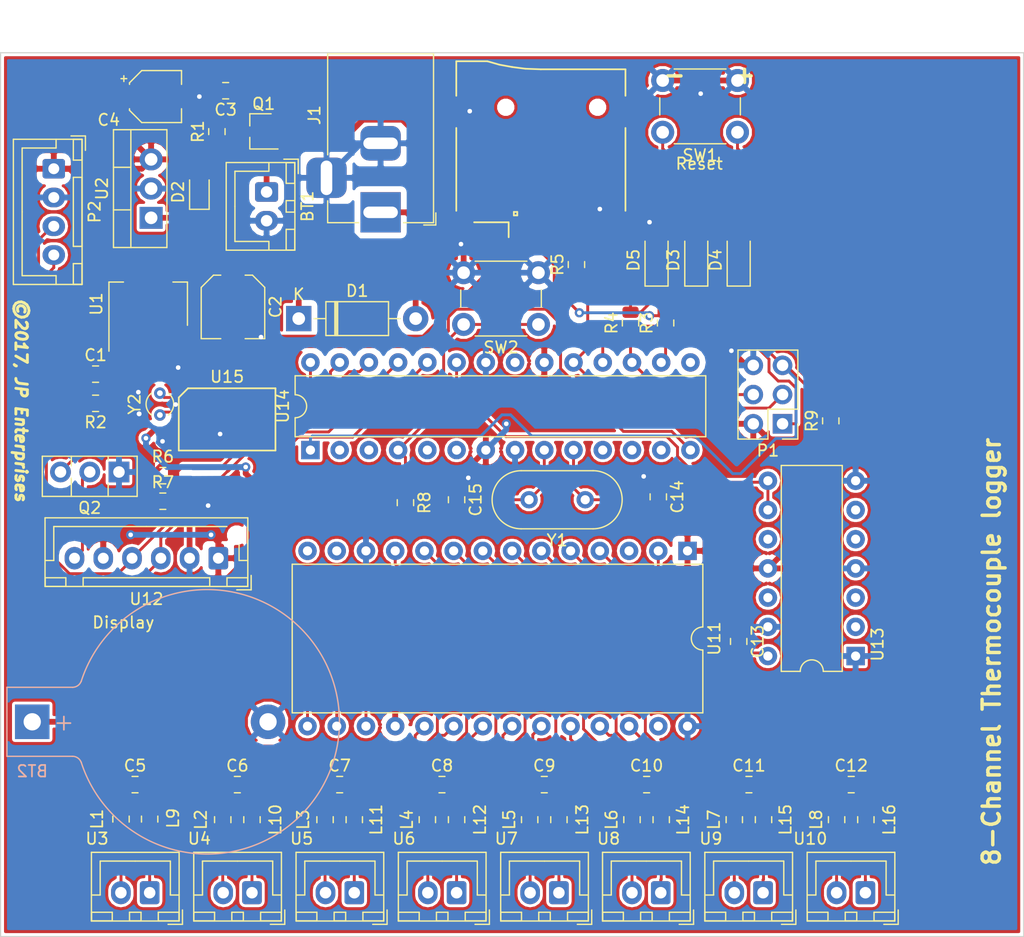
<source format=kicad_pcb>
(kicad_pcb (version 20171130) (host pcbnew "(5.0.2-4-gb601aea34)")
  (title_block (title "8-Channel Thermocouple datalogger") (date 2017-07-29) (rev ca9ed02408) (company "JP Enterprises"))
  (layers (0 F.Cu signal) (31 B.Cu signal) (34 B.Paste user) (35 F.Paste user) (36 B.SilkS user) (37 F.SilkS user) (38 B.Mask user) (39 F.Mask user) (44 Edge.Cuts user))
  (net 0 "")
  (net 1 GND)
  (net 2 "Net-(BT2-Pad1)")
  (net 3 5V0)
  (net 4 3V3)
  (net 5 9V0)
  (net 6 "/Thermocouple connectors/SB1")
  (net 7 "/Thermocouple connectors/SA1")
  (net 8 "/Thermocouple connectors/SA2")
  (net 9 "/Thermocouple connectors/SB2")
  (net 10 "/Thermocouple connectors/SB3")
  (net 11 "/Thermocouple connectors/SA3")
  (net 12 "/Thermocouple connectors/SA4")
  (net 13 "/Thermocouple connectors/SB4")
  (net 14 "/Thermocouple connectors/SB5")
  (net 15 "/Thermocouple connectors/SA5")
  (net 16 "/Thermocouple connectors/SA6")
  (net 17 "/Thermocouple connectors/SB6")
  (net 18 "/Thermocouple connectors/SB7")
  (net 19 "/Thermocouple connectors/SA7")
  (net 20 "/Thermocouple connectors/SA8")
  (net 21 "/Thermocouple connectors/SB8")
  (net 22 DB_MUX)
  (net 23 "Net-(C14-Pad2)")
  (net 24 "Net-(C15-Pad2)")
  (net 25 "Net-(D2-Pad2)")
  (net 26 "Net-(D3-Pad1)")
  (net 27 "Net-(D4-Pad1)")
  (net 28 "Net-(D5-Pad1)")
  (net 29 "Net-(L1-Pad2)")
  (net 30 "Net-(L2-Pad2)")
  (net 31 "Net-(L3-Pad2)")
  (net 32 "Net-(L4-Pad2)")
  (net 33 "Net-(L5-Pad2)")
  (net 34 "Net-(L6-Pad2)")
  (net 35 "Net-(L7-Pad2)")
  (net 36 "Net-(L8-Pad2)")
  (net 37 "Net-(L9-Pad1)")
  (net 38 "Net-(L10-Pad1)")
  (net 39 "Net-(L11-Pad1)")
  (net 40 "Net-(L12-Pad1)")
  (net 41 "Net-(L13-Pad1)")
  (net 42 "Net-(L14-Pad1)")
  (net 43 "Net-(L15-Pad1)")
  (net 44 "Net-(L16-Pad1)")
  (net 45 RESET)
  (net 46 MOSI)
  (net 47 SCK)
  (net 48 MISO)
  (net 49 SCL)
  (net 50 SDA)
  (net 51 "Net-(Q2-Pad3)")
  (net 52 "Net-(Q2-Pad2)")
  (net 53 B_LIGHT)
  (net 54 SS)
  (net 55 SLCT0)
  (net 56 SLCT1)
  (net 57 SLCT2)
  (net 58 TEMP)
  (net 59 "Net-(U13-Pad6)")
  (net 60 "Net-(U13-Pad12)")
  (net 61 "Net-(U13-Pad5)")
  (net 62 "Net-(U13-Pad10)")
  (net 63 "Net-(U13-Pad3)")
  (net 64 "Net-(U13-Pad2)")
  (net 65 "Net-(U14-Pad15)")
  (net 66 "Net-(U14-Pad2)")
  (net 67 "Net-(U14-Pad3)")
  (net 68 "Net-(U14-Pad5)")
  (net 69 "Net-(U14-Pad6)")
  (net 70 "Net-(U14-Pad21)")
  (net 71 "Net-(U14-Pad11)")
  (net 72 "Net-(U14-Pad12)")
  (net 73 "Net-(U14-Pad13)")
  (net 74 "Net-(U15-Pad7)")
  (net 75 "Net-(XS1-Pad1)")
  (net 76 "Net-(XS1-Pad8)")
  (net 77 "Net-(XS1-Pad9)")
  (net 78 /Thermocouple_PSU/Supply)
  (net 79 "Net-(R8-Pad1)")
  (net 80 "Net-(U15-Pad2)")
  (net 81 "Net-(U15-Pad1)")
  (net 82 "Net-(R1-Pad2)")
  (net 83 "Net-(R1-Pad1)")
  (module JP_Connectors:BatteryHolder_Keystone_103_1x20mm (layer B.Cu) (at 96.731 130.556)
    (fp_text reference BT2 (at 0 4.3) (layer B.SilkS) (effects (justify mirror)))
    (fp_text value Battery)
    (fp_text user + (at 2.75 0) (layer B.SilkS) (effects (font (size 1.5 1.5)) (justify mirror)))
    (pad 1 thru_hole rect (at 0 0) (size 3 3) (drill 1.5) (layers *.Cu *.Mask) (net 2 "Net-(BT2-Pad1)"))
    (pad 2 thru_hole circle (at 20.49 0) (size 3 3) (drill 1.5) (layers *.Cu *.Mask) (net 1 GND))
  )
  (module JP_Connectors:BarrelJack_Horizontal (layer F.Cu) (at 127 86.264 270)
    (fp_text reference J1 (at -8.45 5.75 270) (layer F.SilkS))
    (fp_text value Barrel_Jack)
    (pad 1 thru_hole rect (at 0 0 270) (size 3.5 3.5) (drill oval 1 3) (layers *.Cu *.Mask) (net 78 /Thermocouple_PSU/Supply))
    (pad 2 thru_hole roundrect (at -6 0 270) (size 3 3.5) (drill oval 1 3) (layers *.Cu *.Mask) (net 1 GND))
    (pad 3 thru_hole roundrect (at -3 4.7 270) (size 3.5 3.5) (drill oval 3 1) (layers *.Cu *.Mask) (net 1 GND))
  )
  (module Connector_JST:JST_XH_B02B-XH-A_1x02_P2.50mm_Vertical (layer F.Cu) (at 115.824 145.415 180)
    (fp_text reference U4 (at 4.572 4.699 180) (layer F.SilkS))
    (fp_text value TC_Connector)
    (pad 2 thru_hole oval (at 2.5 0 180) (size 1.7 2) (drill 1) (layers *.Cu *.Mask) (net 30 "Net-(L2-Pad2)"))
    (pad 1 thru_hole roundrect (at 0 0 180) (size 1.7 2) (drill 1) (layers *.Cu *.Mask) (roundrect_rratio 0.147059) (net 38 "Net-(L10-Pad1)"))
  )
  (module Connector_JST:JST_XH_B02B-XH-A_1x02_P2.50mm_Vertical (layer F.Cu) (at 124.714 145.415 180)
    (fp_text reference U5 (at 4.572 4.699 180) (layer F.SilkS))
    (fp_text value TC_Connector)
    (pad 2 thru_hole oval (at 2.5 0 180) (size 1.7 2) (drill 1) (layers *.Cu *.Mask) (net 31 "Net-(L3-Pad2)"))
    (pad 1 thru_hole roundrect (at 0 0 180) (size 1.7 2) (drill 1) (layers *.Cu *.Mask) (roundrect_rratio 0.147059) (net 39 "Net-(L11-Pad1)"))
  )
  (module Connector_JST:JST_XH_B02B-XH-A_1x02_P2.50mm_Vertical (layer F.Cu) (at 133.604 145.415 180)
    (fp_text reference U6 (at 4.572 4.699 180) (layer F.SilkS))
    (fp_text value TC_Connector)
    (pad 2 thru_hole oval (at 2.5 0 180) (size 1.7 2) (drill 1) (layers *.Cu *.Mask) (net 32 "Net-(L4-Pad2)"))
    (pad 1 thru_hole roundrect (at 0 0 180) (size 1.7 2) (drill 1) (layers *.Cu *.Mask) (roundrect_rratio 0.147059) (net 40 "Net-(L12-Pad1)"))
  )
  (module Connector_JST:JST_XH_B02B-XH-A_1x02_P2.50mm_Vertical (layer F.Cu) (at 142.494 145.415 180)
    (fp_text reference U7 (at 4.572 4.699 180) (layer F.SilkS))
    (fp_text value TC_Connector)
    (pad 2 thru_hole oval (at 2.5 0 180) (size 1.7 2) (drill 1) (layers *.Cu *.Mask) (net 33 "Net-(L5-Pad2)"))
    (pad 1 thru_hole roundrect (at 0 0 180) (size 1.7 2) (drill 1) (layers *.Cu *.Mask) (roundrect_rratio 0.147059) (net 41 "Net-(L13-Pad1)"))
  )
  (module Connector_JST:JST_XH_B02B-XH-A_1x02_P2.50mm_Vertical (layer F.Cu) (at 151.344 145.415 180)
    (fp_text reference U8 (at 4.532 4.699 180) (layer F.SilkS))
    (fp_text value TC_Connector)
    (pad 2 thru_hole oval (at 2.5 0 180) (size 1.7 2) (drill 1) (layers *.Cu *.Mask) (net 34 "Net-(L6-Pad2)"))
    (pad 1 thru_hole roundrect (at 0 0 180) (size 1.7 2) (drill 1) (layers *.Cu *.Mask) (roundrect_rratio 0.147059) (net 42 "Net-(L14-Pad1)"))
  )
  (module Connector_JST:JST_XH_B02B-XH-A_1x02_P2.50mm_Vertical (layer F.Cu) (at 160.234 145.415 180)
    (fp_text reference U9 (at 4.532 4.699 180) (layer F.SilkS))
    (fp_text value TC_Connector)
    (pad 2 thru_hole oval (at 2.5 0 180) (size 1.7 2) (drill 1) (layers *.Cu *.Mask) (net 35 "Net-(L7-Pad2)"))
    (pad 1 thru_hole roundrect (at 0 0 180) (size 1.7 2) (drill 1) (layers *.Cu *.Mask) (roundrect_rratio 0.147059) (net 43 "Net-(L15-Pad1)"))
  )
  (module Connector_JST:JST_XH_B02B-XH-A_1x02_P2.50mm_Vertical (layer F.Cu) (at 169.124 145.415 180)
    (fp_text reference U10 (at 4.786 4.699 180) (layer F.SilkS))
    (fp_text value TC_Connector)
    (pad 2 thru_hole oval (at 2.5 0 180) (size 1.7 2) (drill 1) (layers *.Cu *.Mask) (net 36 "Net-(L8-Pad2)"))
    (pad 1 thru_hole roundrect (at 0 0 180) (size 1.7 2) (drill 1) (layers *.Cu *.Mask) (roundrect_rratio 0.147059) (net 44 "Net-(L16-Pad1)"))
  )
  (module Crystal:Crystal_DS26_D2.0mm_L6.0mm_Vertical (layer F.Cu) (at 107.823 103.886 90)
    (fp_text reference Y2 (at 0.95 -2.2 90) (layer F.SilkS))
    (fp_text value 32.768kHz)
    (pad 1 thru_hole circle (at 0 0 90) (size 1 1) (drill 0.5) (layers *.Cu *.Mask) (net 80 "Net-(U15-Pad2)"))
    (pad 2 thru_hole circle (at 1.9 0 90) (size 1 1) (drill 0.5) (layers *.Cu *.Mask) (net 81 "Net-(U15-Pad1)"))
  )
  (module Connector_JST:JST_XH_B02B-XH-A_1x02_P2.50mm_Vertical (layer F.Cu) (at 106.934 145.415 180)
    (fp_text reference U3 (at 4.572 4.699 180) (layer F.SilkS))
    (fp_text value TC_Connector)
    (pad 2 thru_hole oval (at 2.5 0 180) (size 1.7 2) (drill 1) (layers *.Cu *.Mask) (net 29 "Net-(L1-Pad2)"))
    (pad 1 thru_hole roundrect (at 0 0 180) (size 1.7 2) (drill 1) (layers *.Cu *.Mask) (roundrect_rratio 0.147059) (net 37 "Net-(L9-Pad1)"))
  )
  (module JP_ICs:DS1307 (layer F.Cu) (at 110.998 102.362 180)
    (fp_text reference U15 (at -2.667 1.8) (layer F.SilkS))
    (fp_text value DS1307+)
    (pad 4 smd rect (at -0.067 -3.81 270) (size 0.6 2.2) (layers F.Cu F.Paste F.Mask) (net 1 GND))
    (pad 5 smd rect (at -5.267 -3.81 270) (size 0.6 2.2) (layers F.Cu F.Paste F.Mask) (net 50 SDA))
    (pad 3 smd rect (at -0.067 -2.54 270) (size 0.6 2.2) (layers F.Cu F.Paste F.Mask) (net 2 "Net-(BT2-Pad1)"))
    (pad 6 smd rect (at -5.267 -2.54 270) (size 0.6 2.2) (layers F.Cu F.Paste F.Mask) (net 49 SCL))
    (pad 2 smd rect (at -0.067 -1.27 270) (size 0.6 2.2) (layers F.Cu F.Paste F.Mask) (net 80 "Net-(U15-Pad2)"))
    (pad 7 smd rect (at -5.267 -1.27 270) (size 0.6 2.2) (layers F.Cu F.Paste F.Mask) (net 74 "Net-(U15-Pad7)"))
    (pad 1 smd rect (at -0.067 0 270) (size 0.6 2.2) (layers F.Cu F.Paste F.Mask) (net 81 "Net-(U15-Pad1)"))
    (pad 8 smd rect (at -5.267 0 270) (size 0.6 2.2) (layers F.Cu F.Paste F.Mask) (net 3 5V0))
  )
  (module Capacitor_SMD:C_Elec_5x5.4 (layer F.Cu) (at 114.173 94.488 270)
    (fp_text reference C2 (at 0 -3.7 270) (layer F.SilkS))
    (fp_text value 47uF)
    (pad 1 smd roundrect (at -2.0625 0 270) (size 2.775 1.6) (layers F.Cu F.Paste F.Mask) (roundrect_rratio 0.15625) (net 4 3V3))
    (pad 2 smd roundrect (at 2.0625 0 270) (size 2.775 1.6) (layers F.Cu F.Paste F.Mask) (roundrect_rratio 0.15625) (net 1 GND))
  )
  (module Connector_JST:JST_XH_B02B-XH-A_1x02_P2.50mm_Vertical (layer F.Cu) (at 117.094 84.495 270)
    (fp_text reference BT1 (at 1.25 -3.55 270) (layer F.SilkS))
    (fp_text value 9V)
    (pad 1 thru_hole roundrect (at 0 0 270) (size 1.7 2) (drill 1) (layers *.Cu *.Mask) (roundrect_rratio 0.147059) (net 78 /Thermocouple_PSU/Supply))
    (pad 2 thru_hole oval (at 2.5 0 270) (size 1.7 2) (drill 1) (layers *.Cu *.Mask) (net 1 GND))
  )
  (module Connector_JST:JST_XH_B06B-XH-AM_1x06_P2.50mm_Vertical (layer F.Cu) (at 112.903 116.332 180)
    (fp_text reference U12 (at 6.25 -3.55 180) (layer F.SilkS))
    (fp_text value I2C_20x4_DISPLAY)
    (pad 1 thru_hole roundrect (at 0 0 180) (size 1.7 1.95) (drill 0.95) (layers *.Cu *.Mask) (roundrect_rratio 0.147059) (net 3 5V0))
    (pad 2 thru_hole oval (at 2.5 0 180) (size 1.7 1.95) (drill 0.95) (layers *.Cu *.Mask) (net 1 GND))
    (pad 3 thru_hole oval (at 5 0 180) (size 1.7 1.95) (drill 0.95) (layers *.Cu *.Mask) (net 50 SDA))
    (pad 4 thru_hole oval (at 7.5 0 180) (size 1.7 1.95) (drill 0.95) (layers *.Cu *.Mask) (net 49 SCL))
    (pad 5 thru_hole oval (at 10 0 180) (size 1.7 1.95) (drill 0.95) (layers *.Cu *.Mask) (net 3 5V0))
    (pad 6 thru_hole oval (at 12.5 0 180) (size 1.7 1.95) (drill 0.95) (layers *.Cu *.Mask) (net 52 "Net-(Q2-Pad2)"))
    (pad "" np_thru_hole circle (at -1.6 2 180) (size 1.2 1.2) (drill 1.2) (layers *.Cu *.Mask))
  )
  (module JP_Connectors:Conn_uSDcard (layer F.Cu) (at 140.927 77.13 180)
    (fp_text reference XS1)
    (fp_text value SD_ebay-uSD-push/push_SMD)
    (pad 6 smd rect (at 7.75 -0.4 180) (size 1.2 2.2) (layers F.Cu F.Paste F.Mask) (net 1 GND))
    (pad 6 smd rect (at -7.75 -0.4 180) (size 1.2 2.2) (layers F.Cu F.Paste F.Mask) (net 1 GND))
    (pad 6 smd rect (at 6.85 -10 180) (size 1.6 1.4) (layers F.Cu F.Paste F.Mask) (net 1 GND))
    (pad 6 smd rect (at -7.75 -10 180) (size 1.2 1.4) (layers F.Cu F.Paste F.Mask) (net 1 GND))
    (pad 9 smd rect (at -6.6 -10.5 180) (size 0.7 1.6) (layers F.Cu F.Paste F.Mask) (net 77 "Net-(XS1-Pad9)"))
    (pad 7 smd rect (at -4.4 -10.5 180) (size 0.7 1.6) (layers F.Cu F.Paste F.Mask) (net 48 MISO))
    (pad 8 smd rect (at -5.5 -10.5 180) (size 0.7 1.6) (layers F.Cu F.Paste F.Mask) (net 76 "Net-(XS1-Pad8)"))
    (pad 6 smd rect (at -3.3 -10.5 180) (size 0.7 1.6) (layers F.Cu F.Paste F.Mask) (net 1 GND))
    (pad 5 smd rect (at -2.2 -10.5 180) (size 0.7 1.6) (layers F.Cu F.Paste F.Mask) (net 28 "Net-(D5-Pad1)"))
    (pad 4 smd rect (at -1.1 -10.5 180) (size 0.7 1.6) (layers F.Cu F.Paste F.Mask) (net 4 3V3))
    (pad 1 smd rect (at 2.2 -10.5 180) (size 0.7 1.6) (layers F.Cu F.Paste F.Mask) (net 75 "Net-(XS1-Pad1)"))
    (pad 2 smd rect (at 1.1 -10.5 180) (size 0.7 1.6) (layers F.Cu F.Paste F.Mask) (net 27 "Net-(D4-Pad1)"))
    (pad "" np_thru_hole circle (at 3.05 0 180) (size 1 1) (drill 1) (layers *.Cu))
    (pad "" np_thru_hole circle (at -4.93 0 180) (size 1 1) (drill 1) (layers *.Cu))
    (pad 3 smd rect (at 0 -10.5 180) (size 0.7 1.6) (layers F.Cu F.Paste F.Mask) (net 26 "Net-(D3-Pad1)"))
  )
  (module Package_TO_SOT_THT:TO-126-3_Vertical (layer F.Cu) (at 104.267 108.839 180)
    (fp_text reference Q2 (at 2.54 -3.12 180) (layer F.SilkS))
    (fp_text value BD139)
    (pad 3 thru_hole oval (at 5.08 0 180) (size 1.8 1.8) (drill 1) (layers *.Cu *.Mask) (net 51 "Net-(Q2-Pad3)"))
    (pad 2 thru_hole oval (at 2.54 0 180) (size 1.8 1.8) (drill 1) (layers *.Cu *.Mask) (net 52 "Net-(Q2-Pad2)"))
    (pad 1 thru_hole rect (at 0 0 180) (size 1.8 1.8) (drill 1) (layers *.Cu *.Mask) (net 1 GND))
  )
  (module Package_DIP:DIP-14_W7.62mm (layer F.Cu) (at 168.275 124.841 180)
    (fp_text reference U13 (at -1.905 1.016 270) (layer F.SilkS))
    (fp_text value AD595)
    (pad 14 thru_hole oval (at 7.62 0 180) (size 1.6 1.6) (drill 0.8) (layers *.Cu *.Mask) (net 22 DB_MUX))
    (pad 7 thru_hole oval (at 0 15.24 180) (size 1.6 1.6) (drill 0.8) (layers *.Cu *.Mask) (net 1 GND))
    (pad 13 thru_hole oval (at 7.62 2.54 180) (size 1.6 1.6) (drill 0.8) (layers *.Cu *.Mask) (net 1 GND))
    (pad 6 thru_hole oval (at 0 12.7 180) (size 1.6 1.6) (drill 0.8) (layers *.Cu *.Mask) (net 59 "Net-(U13-Pad6)"))
    (pad 12 thru_hole oval (at 7.62 5.08 180) (size 1.6 1.6) (drill 0.8) (layers *.Cu *.Mask) (net 60 "Net-(U13-Pad12)"))
    (pad 5 thru_hole oval (at 0 10.16 180) (size 1.6 1.6) (drill 0.8) (layers *.Cu *.Mask) (net 61 "Net-(U13-Pad5)"))
    (pad 11 thru_hole oval (at 7.62 7.62 180) (size 1.6 1.6) (drill 0.8) (layers *.Cu *.Mask) (net 3 5V0))
    (pad 4 thru_hole oval (at 0 7.62 180) (size 1.6 1.6) (drill 0.8) (layers *.Cu *.Mask) (net 1 GND))
    (pad 10 thru_hole oval (at 7.62 10.16 180) (size 1.6 1.6) (drill 0.8) (layers *.Cu *.Mask) (net 62 "Net-(U13-Pad10)"))
    (pad 3 thru_hole oval (at 0 5.08 180) (size 1.6 1.6) (drill 0.8) (layers *.Cu *.Mask) (net 63 "Net-(U13-Pad3)"))
    (pad 9 thru_hole oval (at 7.62 12.7 180) (size 1.6 1.6) (drill 0.8) (layers *.Cu *.Mask) (net 58 TEMP))
    (pad 2 thru_hole oval (at 0 2.54 180) (size 1.6 1.6) (drill 0.8) (layers *.Cu *.Mask) (net 64 "Net-(U13-Pad2)"))
    (pad 8 thru_hole oval (at 7.62 15.24 180) (size 1.6 1.6) (drill 0.8) (layers *.Cu *.Mask) (net 58 TEMP))
    (pad 1 thru_hole rect (at 0 0 180) (size 1.6 1.6) (drill 0.8) (layers *.Cu *.Mask) (net 1 GND))
  )
  (module Diode_THT:D_DO-41_SOD81_P10.16mm_Horizontal (layer F.Cu) (at 119.888 95.504)
    (fp_text reference D1 (at 5.08 -2.41) (layer F.SilkS))
    (fp_text value 1N4007)
    (fp_text user K (at 0 -2.1) (layer F.SilkS))
    (pad 2 thru_hole oval (at 10.16 0) (size 2.2 2.2) (drill 1.1) (layers *.Cu *.Mask) (net 78 /Thermocouple_PSU/Supply))
    (pad 1 thru_hole rect (at 0 0) (size 2.2 2.2) (drill 1.1) (layers *.Cu *.Mask) (net 5 9V0))
  )
  (module Button_Switch_THT:SW_PUSH_6mm_H5mm (layer F.Cu) (at 140.716 96.012 180)
    (fp_text reference SW2 (at 3.25 -2 180) (layer F.SilkS))
    (fp_text value SW_Push)
    (pad 1 thru_hole circle (at 6.5 0 270) (size 2 2) (drill 1.1) (layers *.Cu *.Mask) (net 79 "Net-(R8-Pad1)"))
    (pad 2 thru_hole circle (at 6.5 4.5 270) (size 2 2) (drill 1.1) (layers *.Cu *.Mask) (net 1 GND))
    (pad 1 thru_hole circle (at 0 0 270) (size 2 2) (drill 1.1) (layers *.Cu *.Mask) (net 79 "Net-(R8-Pad1)"))
    (pad 2 thru_hole circle (at 0 4.5 270) (size 2 2) (drill 1.1) (layers *.Cu *.Mask) (net 1 GND))
  )
  (module Button_Switch_THT:SW_PUSH_6mm_H5mm (layer F.Cu) (at 158.011 79.303 180)
    (fp_text reference SW1 (at 3.25 -2 180) (layer F.SilkS))
    (fp_text value SW_Push)
    (pad 1 thru_hole circle (at 6.5 0 270) (size 2 2) (drill 1.1) (layers *.Cu *.Mask) (net 45 RESET))
    (pad 2 thru_hole circle (at 6.5 4.5 270) (size 2 2) (drill 1.1) (layers *.Cu *.Mask) (net 1 GND))
    (pad 1 thru_hole circle (at 0 0 270) (size 2 2) (drill 1.1) (layers *.Cu *.Mask) (net 45 RESET))
    (pad 2 thru_hole circle (at 0 4.5 270) (size 2 2) (drill 1.1) (layers *.Cu *.Mask) (net 1 GND))
  )
  (module Connector_PinHeader_2.54mm:PinHeader_2x03_P2.54mm_Vertical (layer F.Cu) (at 161.925 104.648 180)
    (fp_text reference P1 (at 1.27 -2.33 180) (layer F.SilkS))
    (fp_text value CONN_02X03)
    (pad 6 thru_hole oval (at 2.54 5.08 180) (size 1.7 1.7) (drill 1) (layers *.Cu *.Mask) (net 1 GND))
    (pad 5 thru_hole oval (at 0 5.08 180) (size 1.7 1.7) (drill 1) (layers *.Cu *.Mask) (net 45 RESET))
    (pad 4 thru_hole oval (at 2.54 2.54 180) (size 1.7 1.7) (drill 1) (layers *.Cu *.Mask) (net 46 MOSI))
    (pad 3 thru_hole oval (at 0 2.54 180) (size 1.7 1.7) (drill 1) (layers *.Cu *.Mask) (net 47 SCK))
    (pad 2 thru_hole oval (at 2.54 0 180) (size 1.7 1.7) (drill 1) (layers *.Cu *.Mask) (net 3 5V0))
    (pad 1 thru_hole rect (at 0 0 180) (size 1.7 1.7) (drill 1) (layers *.Cu *.Mask) (net 48 MISO))
  )
  (module Package_TO_SOT_SMD:SOT-223 (layer F.Cu) (at 106.807 94.234 90)
    (fp_text reference U1 (at 0 -4.5 90) (layer F.SilkS))
    (fp_text value LM3940)
    (pad 1 smd rect (at -3.15 -2.3 90) (size 2 1.5) (layers F.Cu F.Paste F.Mask) (net 3 5V0))
    (pad 3 smd rect (at -3.15 2.3 90) (size 2 1.5) (layers F.Cu F.Paste F.Mask) (net 4 3V3))
    (pad 2 smd rect (at -3.15 0 90) (size 2 1.5) (layers F.Cu F.Paste F.Mask) (net 1 GND))
    (pad 4 smd rect (at 3.15 0 90) (size 2 3.8) (layers F.Cu F.Paste F.Mask))
  )
  (module Package_TO_SOT_THT:TO-220-3_Vertical (layer F.Cu) (at 107.061 86.741 90)
    (fp_text reference U2 (at 2.54 -4.27 90) (layer F.SilkS))
    (fp_text value 7805)
    (pad 3 thru_hole oval (at 5.08 0 90) (size 1.905 2) (drill 1.1) (layers *.Cu *.Mask) (net 3 5V0))
    (pad 2 thru_hole oval (at 2.54 0 90) (size 1.905 2) (drill 1.1) (layers *.Cu *.Mask) (net 1 GND))
    (pad 1 thru_hole rect (at 0 0 90) (size 1.905 2) (drill 1.1) (layers *.Cu *.Mask) (net 5 9V0))
  )
  (module Package_TO_SOT_SMD:TSOT-23 (layer F.Cu) (at 116.586 79.248 180)
    (fp_text reference Q1 (at -0.254 2.413 180) (layer F.SilkS))
    (fp_text value BS250)
    (pad 3 smd rect (at 1.31 0 180) (size 1.22 0.65) (layers F.Cu F.Paste F.Mask) (net 5 9V0))
    (pad 2 smd rect (at -1.31 0.95 180) (size 1.22 0.65) (layers F.Cu F.Paste F.Mask) (net 25 "Net-(D2-Pad2)"))
    (pad 1 smd rect (at -1.31 -0.95 180) (size 1.22 0.65) (layers F.Cu F.Paste F.Mask) (net 78 /Thermocouple_PSU/Supply))
  )
  (module Package_DIP:DIP-28_W7.62mm (layer F.Cu) (at 120.904 106.934 90)
    (fp_text reference U14 (at 3.81 -2.39 90) (layer F.SilkS))
    (fp_text value ATMEGA328P-PU)
    (pad 28 thru_hole oval (at 7.62 0 90) (size 1.6 1.6) (drill 0.8) (layers *.Cu *.Mask) (net 49 SCL))
    (pad 14 thru_hole oval (at 0 33.02 90) (size 1.6 1.6) (drill 0.8) (layers *.Cu *.Mask) (net 53 B_LIGHT))
    (pad 27 thru_hole oval (at 7.62 2.54 90) (size 1.6 1.6) (drill 0.8) (layers *.Cu *.Mask) (net 50 SDA))
    (pad 13 thru_hole oval (at 0 30.48 90) (size 1.6 1.6) (drill 0.8) (layers *.Cu *.Mask) (net 73 "Net-(U14-Pad13)"))
    (pad 26 thru_hole oval (at 7.62 5.08 90) (size 1.6 1.6) (drill 0.8) (layers *.Cu *.Mask) (net 57 SLCT2))
    (pad 12 thru_hole oval (at 0 27.94 90) (size 1.6 1.6) (drill 0.8) (layers *.Cu *.Mask) (net 72 "Net-(U14-Pad12)"))
    (pad 25 thru_hole oval (at 7.62 7.62 90) (size 1.6 1.6) (drill 0.8) (layers *.Cu *.Mask) (net 56 SLCT1))
    (pad 11 thru_hole oval (at 0 25.4 90) (size 1.6 1.6) (drill 0.8) (layers *.Cu *.Mask) (net 71 "Net-(U14-Pad11)"))
    (pad 24 thru_hole oval (at 7.62 10.16 90) (size 1.6 1.6) (drill 0.8) (layers *.Cu *.Mask) (net 55 SLCT0))
    (pad 10 thru_hole oval (at 0 22.86 90) (size 1.6 1.6) (drill 0.8) (layers *.Cu *.Mask) (net 23 "Net-(C14-Pad2)"))
    (pad 23 thru_hole oval (at 7.62 12.7 90) (size 1.6 1.6) (drill 0.8) (layers *.Cu *.Mask) (net 58 TEMP))
    (pad 9 thru_hole oval (at 0 20.32 90) (size 1.6 1.6) (drill 0.8) (layers *.Cu *.Mask) (net 24 "Net-(C15-Pad2)"))
    (pad 22 thru_hole oval (at 7.62 15.24 90) (size 1.6 1.6) (drill 0.8) (layers *.Cu *.Mask) (net 1 GND))
    (pad 8 thru_hole oval (at 0 17.78 90) (size 1.6 1.6) (drill 0.8) (layers *.Cu *.Mask) (net 1 GND))
    (pad 21 thru_hole oval (at 7.62 17.78 90) (size 1.6 1.6) (drill 0.8) (layers *.Cu *.Mask) (net 70 "Net-(U14-Pad21)"))
    (pad 7 thru_hole oval (at 0 15.24 90) (size 1.6 1.6) (drill 0.8) (layers *.Cu *.Mask) (net 3 5V0))
    (pad 20 thru_hole oval (at 7.62 20.32 90) (size 1.6 1.6) (drill 0.8) (layers *.Cu *.Mask) (net 3 5V0))
    (pad 6 thru_hole oval (at 0 12.7 90) (size 1.6 1.6) (drill 0.8) (layers *.Cu *.Mask) (net 69 "Net-(U14-Pad6)"))
    (pad 19 thru_hole oval (at 7.62 22.86 90) (size 1.6 1.6) (drill 0.8) (layers *.Cu *.Mask) (net 47 SCK))
    (pad 5 thru_hole oval (at 0 10.16 90) (size 1.6 1.6) (drill 0.8) (layers *.Cu *.Mask) (net 68 "Net-(U14-Pad5)"))
    (pad 18 thru_hole oval (at 7.62 25.4 90) (size 1.6 1.6) (drill 0.8) (layers *.Cu *.Mask) (net 48 MISO))
    (pad 4 thru_hole oval (at 0 7.62 90) (size 1.6 1.6) (drill 0.8) (layers *.Cu *.Mask) (net 79 "Net-(R8-Pad1)"))
    (pad 17 thru_hole oval (at 7.62 27.94 90) (size 1.6 1.6) (drill 0.8) (layers *.Cu *.Mask) (net 46 MOSI))
    (pad 3 thru_hole oval (at 0 5.08 90) (size 1.6 1.6) (drill 0.8) (layers *.Cu *.Mask) (net 67 "Net-(U14-Pad3)"))
    (pad 16 thru_hole oval (at 7.62 30.48 90) (size 1.6 1.6) (drill 0.8) (layers *.Cu *.Mask) (net 54 SS))
    (pad 2 thru_hole oval (at 0 2.54 90) (size 1.6 1.6) (drill 0.8) (layers *.Cu *.Mask) (net 66 "Net-(U14-Pad2)"))
    (pad 15 thru_hole oval (at 7.62 33.02 90) (size 1.6 1.6) (drill 0.8) (layers *.Cu *.Mask) (net 65 "Net-(U14-Pad15)"))
    (pad 1 thru_hole rect (at 0 0 90) (size 1.6 1.6) (drill 0.8) (layers *.Cu *.Mask) (net 45 RESET))
  )
  (module Package_DIP:DIP-28_W15.24mm (layer F.Cu) (at 153.67 115.697 270)
    (fp_text reference U11 (at 7.62 -2.33 270) (layer F.SilkS))
    (fp_text value ADG407)
    (pad 28 thru_hole oval (at 15.24 0 270) (size 1.6 1.6) (drill 0.8) (layers *.Cu *.Mask) (net 1 GND))
    (pad 14 thru_hole oval (at 0 33.02 270) (size 1.6 1.6) (drill 0.8) (layers *.Cu *.Mask))
    (pad 27 thru_hole oval (at 15.24 2.54 270) (size 1.6 1.6) (drill 0.8) (layers *.Cu *.Mask))
    (pad 13 thru_hole oval (at 0 30.48 270) (size 1.6 1.6) (drill 0.8) (layers *.Cu *.Mask))
    (pad 26 thru_hole oval (at 15.24 5.08 270) (size 1.6 1.6) (drill 0.8) (layers *.Cu *.Mask) (net 20 "/Thermocouple connectors/SA8"))
    (pad 12 thru_hole oval (at 0 27.94 270) (size 1.6 1.6) (drill 0.8) (layers *.Cu *.Mask) (net 1 GND))
    (pad 25 thru_hole oval (at 15.24 7.62 270) (size 1.6 1.6) (drill 0.8) (layers *.Cu *.Mask) (net 19 "/Thermocouple connectors/SA7"))
    (pad 11 thru_hole oval (at 0 25.4 270) (size 1.6 1.6) (drill 0.8) (layers *.Cu *.Mask) (net 6 "/Thermocouple connectors/SB1"))
    (pad 24 thru_hole oval (at 15.24 10.16 270) (size 1.6 1.6) (drill 0.8) (layers *.Cu *.Mask) (net 16 "/Thermocouple connectors/SA6"))
    (pad 10 thru_hole oval (at 0 22.86 270) (size 1.6 1.6) (drill 0.8) (layers *.Cu *.Mask) (net 9 "/Thermocouple connectors/SB2"))
    (pad 23 thru_hole oval (at 15.24 12.7 270) (size 1.6 1.6) (drill 0.8) (layers *.Cu *.Mask) (net 15 "/Thermocouple connectors/SA5"))
    (pad 9 thru_hole oval (at 0 20.32 270) (size 1.6 1.6) (drill 0.8) (layers *.Cu *.Mask) (net 10 "/Thermocouple connectors/SB3"))
    (pad 22 thru_hole oval (at 15.24 15.24 270) (size 1.6 1.6) (drill 0.8) (layers *.Cu *.Mask) (net 12 "/Thermocouple connectors/SA4"))
    (pad 8 thru_hole oval (at 0 17.78 270) (size 1.6 1.6) (drill 0.8) (layers *.Cu *.Mask) (net 13 "/Thermocouple connectors/SB4"))
    (pad 21 thru_hole oval (at 15.24 17.78 270) (size 1.6 1.6) (drill 0.8) (layers *.Cu *.Mask) (net 11 "/Thermocouple connectors/SA3"))
    (pad 7 thru_hole oval (at 0 15.24 270) (size 1.6 1.6) (drill 0.8) (layers *.Cu *.Mask) (net 14 "/Thermocouple connectors/SB5"))
    (pad 20 thru_hole oval (at 15.24 20.32 270) (size 1.6 1.6) (drill 0.8) (layers *.Cu *.Mask) (net 8 "/Thermocouple connectors/SA2"))
    (pad 6 thru_hole oval (at 0 12.7 270) (size 1.6 1.6) (drill 0.8) (layers *.Cu *.Mask) (net 17 "/Thermocouple connectors/SB6"))
    (pad 19 thru_hole oval (at 15.24 22.86 270) (size 1.6 1.6) (drill 0.8) (layers *.Cu *.Mask) (net 7 "/Thermocouple connectors/SA1"))
    (pad 5 thru_hole oval (at 0 10.16 270) (size 1.6 1.6) (drill 0.8) (layers *.Cu *.Mask) (net 18 "/Thermocouple connectors/SB7"))
    (pad 18 thru_hole oval (at 15.24 25.4 270) (size 1.6 1.6) (drill 0.8) (layers *.Cu *.Mask) (net 3 5V0))
    (pad 4 thru_hole oval (at 0 7.62 270) (size 1.6 1.6) (drill 0.8) (layers *.Cu *.Mask) (net 21 "/Thermocouple connectors/SB8"))
    (pad 17 thru_hole oval (at 15.24 27.94 270) (size 1.6 1.6) (drill 0.8) (layers *.Cu *.Mask) (net 55 SLCT0))
    (pad 3 thru_hole oval (at 0 5.08 270) (size 1.6 1.6) (drill 0.8) (layers *.Cu *.Mask))
    (pad 16 thru_hole oval (at 15.24 30.48 270) (size 1.6 1.6) (drill 0.8) (layers *.Cu *.Mask) (net 56 SLCT1))
    (pad 2 thru_hole oval (at 0 2.54 270) (size 1.6 1.6) (drill 0.8) (layers *.Cu *.Mask) (net 22 DB_MUX))
    (pad 15 thru_hole oval (at 15.24 33.02 270) (size 1.6 1.6) (drill 0.8) (layers *.Cu *.Mask) (net 57 SLCT2))
    (pad 1 thru_hole rect (at 0 0 270) (size 1.6 1.6) (drill 0.8) (layers *.Cu *.Mask) (net 3 5V0))
  )
  (module Crystal:Crystal_HC49-U_Vertical (layer F.Cu) (at 144.78 111.252 180)
    (fp_text reference Y1 (at 2.44 -3.525 180) (layer F.SilkS))
    (fp_text value 16MHz)
    (pad 2 thru_hole circle (at 4.88 0 180) (size 1.5 1.5) (drill 0.8) (layers *.Cu *.Mask) (net 24 "Net-(C15-Pad2)"))
    (pad 1 thru_hole circle (at 0 0 180) (size 1.5 1.5) (drill 0.8) (layers *.Cu *.Mask) (net 23 "Net-(C14-Pad2)"))
  )
  (module Diode_SMD:D_SOD-323 (layer F.Cu) (at 111.252 84.502 90)
    (fp_text reference D2 (at 0 -1.85 90) (layer F.SilkS))
    (fp_text value 9V)
    (pad 2 smd rect (at 1.05 0 90) (size 0.6 0.45) (layers F.Cu F.Paste F.Mask) (net 25 "Net-(D2-Pad2)"))
    (pad 1 smd rect (at -1.05 0 90) (size 0.6 0.45) (layers F.Cu F.Paste F.Mask) (net 5 9V0))
  )
  (module Diode_SMD:D_SOD-123 (layer F.Cu) (at 158.115 90.424 90)
    (fp_text reference D4 (at 0 -2 90) (layer F.SilkS))
    (fp_text value 3.3V)
    (pad 2 smd rect (at 1.65 0 90) (size 0.9 1.2) (layers F.Cu F.Paste F.Mask) (net 1 GND))
    (pad 1 smd rect (at -1.65 0 90) (size 0.9 1.2) (layers F.Cu F.Paste F.Mask) (net 27 "Net-(D4-Pad1)"))
  )
  (module Diode_SMD:D_SOD-123 (layer F.Cu) (at 154.432 90.424 90)
    (fp_text reference D3 (at 0 -2 90) (layer F.SilkS))
    (fp_text value 3.3V)
    (pad 2 smd rect (at 1.65 0 90) (size 0.9 1.2) (layers F.Cu F.Paste F.Mask) (net 1 GND))
    (pad 1 smd rect (at -1.65 0 90) (size 0.9 1.2) (layers F.Cu F.Paste F.Mask) (net 26 "Net-(D3-Pad1)"))
  )
  (module Diode_SMD:D_SOD-123 (layer F.Cu) (at 150.9776 90.424 90)
    (fp_text reference D5 (at 0 -2 90) (layer F.SilkS))
    (fp_text value 3.3V)
    (pad 2 smd rect (at 1.65 0 90) (size 0.9 1.2) (layers F.Cu F.Paste F.Mask) (net 1 GND))
    (pad 1 smd rect (at -1.65 0 90) (size 0.9 1.2) (layers F.Cu F.Paste F.Mask) (net 28 "Net-(D5-Pad1)"))
  )
  (module Resistor_SMD:R_0805_2012Metric (layer F.Cu) (at 108.077 111.379)
    (fp_text reference R7 (at 0 -1.65) (layer F.SilkS))
    (fp_text value 10K)
    (pad 2 smd roundrect (at 0.9375 0) (size 0.975 1.4) (layers F.Cu F.Paste F.Mask) (net 50 SDA))
    (pad 1 smd roundrect (at -0.9375 0) (size 0.975 1.4) (layers F.Cu F.Paste F.Mask) (net 3 5V0))
  )
  (module Resistor_SMD:R_0805_2012Metric (layer F.Cu) (at 108.077 109.1565)
    (fp_text reference R6 (at 0 -1.65) (layer F.SilkS))
    (fp_text value 10K)
    (pad 2 smd roundrect (at 0.9375 0) (size 0.975 1.4) (layers F.Cu F.Paste F.Mask) (net 49 SCL))
    (pad 1 smd roundrect (at -0.9375 0) (size 0.975 1.4) (layers F.Cu F.Paste F.Mask) (net 3 5V0))
  )
  (module Resistor_SMD:R_0805_2012Metric (layer F.Cu) (at 129.159 111.506 270)
    (fp_text reference R8 (at 0 -1.65 270) (layer F.SilkS))
    (fp_text value 10K)
    (pad 2 smd roundrect (at 0.9375 0 270) (size 0.975 1.4) (layers F.Cu F.Paste F.Mask) (net 3 5V0))
    (pad 1 smd roundrect (at -0.9375 0 270) (size 0.975 1.4) (layers F.Cu F.Paste F.Mask) (net 79 "Net-(R8-Pad1)"))
  )
  (module Resistor_SMD:R_0805_2012Metric (layer F.Cu) (at 112.776 79.248 90)
    (fp_text reference R1 (at 0 -1.65 90) (layer F.SilkS))
    (fp_text value 10K)
    (pad 2 smd roundrect (at 0.9375 0 90) (size 0.975 1.4) (layers F.Cu F.Paste F.Mask) (net 82 "Net-(R1-Pad2)"))
    (pad 1 smd roundrect (at -0.9375 0 90) (size 0.975 1.4) (layers F.Cu F.Paste F.Mask) (net 83 "Net-(R1-Pad1)"))
  )
  (module Resistor_SMD:R_0805_2012Metric (layer F.Cu) (at 148.717 95.885 90)
    (fp_text reference R4 (at 0 -1.65 90) (layer F.SilkS))
    (fp_text value 220R)
    (pad 2 smd roundrect (at 0.9375 0 90) (size 0.975 1.4) (layers F.Cu F.Paste F.Mask) (net 26 "Net-(D3-Pad1)"))
    (pad 1 smd roundrect (at -0.9375 0 90) (size 0.975 1.4) (layers F.Cu F.Paste F.Mask) (net 46 MOSI))
  )
  (module Resistor_SMD:R_0805_2012Metric (layer F.Cu) (at 144.018 90.805 90)
    (fp_text reference R5 (at 0 -1.65 90) (layer F.SilkS))
    (fp_text value 220R)
    (pad 2 smd roundrect (at 0.9375 0 90) (size 0.975 1.4) (layers F.Cu F.Paste F.Mask) (net 28 "Net-(D5-Pad1)"))
    (pad 1 smd roundrect (at -0.9375 0 90) (size 0.975 1.4) (layers F.Cu F.Paste F.Mask) (net 47 SCK))
  )
  (module Resistor_SMD:R_0805_2012Metric (layer F.Cu) (at 151.765 95.885 90)
    (fp_text reference R3 (at 0 -1.65 90) (layer F.SilkS))
    (fp_text value 220R)
    (pad 2 smd roundrect (at 0.9375 0 90) (size 0.975 1.4) (layers F.Cu F.Paste F.Mask) (net 27 "Net-(D4-Pad1)"))
    (pad 1 smd roundrect (at -0.9375 0 90) (size 0.975 1.4) (layers F.Cu F.Paste F.Mask) (net 54 SS))
  )
  (module Resistor_SMD:R_0805_2012Metric (layer F.Cu) (at 102.235 102.87 180)
    (fp_text reference R2 (at 0 -1.65 180) (layer F.SilkS))
    (fp_text value 10K)
    (pad 2 smd roundrect (at 0.9375 0 180) (size 0.975 1.4) (layers F.Cu F.Paste F.Mask) (net 51 "Net-(Q2-Pad3)"))
    (pad 1 smd roundrect (at -0.9375 0 180) (size 0.975 1.4) (layers F.Cu F.Paste F.Mask) (net 53 B_LIGHT))
  )
  (module Inductor_SMD:L_0805_2012Metric (layer F.Cu) (at 142.494 139.065 90)
    (fp_text reference L13 (at 0 2.032 90) (layer F.SilkS))
    (fp_text value 150)
    (pad 2 smd roundrect (at 0.9375 0 90) (size 0.975 1.4) (layers F.Cu F.Paste F.Mask) (net 14 "/Thermocouple connectors/SB5"))
    (pad 1 smd roundrect (at -0.9375 0 90) (size 0.975 1.4) (layers F.Cu F.Paste F.Mask) (net 41 "Net-(L13-Pad1)"))
  )
  (module Inductor_SMD:L_0805_2012Metric (layer F.Cu) (at 157.734 139.065 270)
    (fp_text reference L7 (at 0 1.778 270) (layer F.SilkS))
    (fp_text value 150)
    (pad 2 smd roundrect (at 0.9375 0 270) (size 0.975 1.4) (layers F.Cu F.Paste F.Mask) (net 35 "Net-(L7-Pad2)"))
    (pad 1 smd roundrect (at -0.9375 0 270) (size 0.975 1.4) (layers F.Cu F.Paste F.Mask) (net 19 "/Thermocouple connectors/SA7"))
  )
  (module Inductor_SMD:L_0805_2012Metric (layer F.Cu) (at 106.934 139.0142 90)
    (fp_text reference L9 (at 0.0762 2.032 90) (layer F.SilkS))
    (fp_text value 150)
    (pad 2 smd roundrect (at 0.9375 0 90) (size 0.975 1.4) (layers F.Cu F.Paste F.Mask) (net 6 "/Thermocouple connectors/SB1"))
    (pad 1 smd roundrect (at -0.9375 0 90) (size 0.975 1.4) (layers F.Cu F.Paste F.Mask) (net 37 "Net-(L9-Pad1)"))
  )
  (module Inductor_SMD:L_0805_2012Metric (layer F.Cu) (at 104.4448 139.0142 270)
    (fp_text reference L1 (at 0 2.0828 270) (layer F.SilkS))
    (fp_text value 150)
    (pad 2 smd roundrect (at 0.9375 0 270) (size 0.975 1.4) (layers F.Cu F.Paste F.Mask) (net 29 "Net-(L1-Pad2)"))
    (pad 1 smd roundrect (at -0.9375 0 270) (size 0.975 1.4) (layers F.Cu F.Paste F.Mask) (net 7 "/Thermocouple connectors/SA1"))
  )
  (module Inductor_SMD:L_0805_2012Metric (layer F.Cu) (at 113.284 139.065 270)
    (fp_text reference L2 (at 0 1.905 270) (layer F.SilkS))
    (fp_text value 150)
    (pad 2 smd roundrect (at 0.9375 0 270) (size 0.975 1.4) (layers F.Cu F.Paste F.Mask) (net 30 "Net-(L2-Pad2)"))
    (pad 1 smd roundrect (at -0.9375 0 270) (size 0.975 1.4) (layers F.Cu F.Paste F.Mask) (net 8 "/Thermocouple connectors/SA2"))
  )
  (module Inductor_SMD:L_0805_2012Metric (layer F.Cu) (at 122.174 139.065 270)
    (fp_text reference L3 (at 0 1.905 270) (layer F.SilkS))
    (fp_text value 150)
    (pad 2 smd roundrect (at 0.9375 0 270) (size 0.975 1.4) (layers F.Cu F.Paste F.Mask) (net 31 "Net-(L3-Pad2)"))
    (pad 1 smd roundrect (at -0.9375 0 270) (size 0.975 1.4) (layers F.Cu F.Paste F.Mask) (net 11 "/Thermocouple connectors/SA3"))
  )
  (module Inductor_SMD:L_0805_2012Metric (layer F.Cu) (at 131.064 139.065 270)
    (fp_text reference L4 (at 0 1.778 270) (layer F.SilkS))
    (fp_text value 150)
    (pad 2 smd roundrect (at 0.9375 0 270) (size 0.975 1.4) (layers F.Cu F.Paste F.Mask) (net 32 "Net-(L4-Pad2)"))
    (pad 1 smd roundrect (at -0.9375 0 270) (size 0.975 1.4) (layers F.Cu F.Paste F.Mask) (net 12 "/Thermocouple connectors/SA4"))
  )
  (module Inductor_SMD:L_0805_2012Metric (layer F.Cu) (at 139.954 139.065 270)
    (fp_text reference L5 (at 0 1.778 270) (layer F.SilkS))
    (fp_text value 150)
    (pad 2 smd roundrect (at 0.9375 0 270) (size 0.975 1.4) (layers F.Cu F.Paste F.Mask) (net 33 "Net-(L5-Pad2)"))
    (pad 1 smd roundrect (at -0.9375 0 270) (size 0.975 1.4) (layers F.Cu F.Paste F.Mask) (net 15 "/Thermocouple connectors/SA5"))
  )
  (module Inductor_SMD:L_0805_2012Metric (layer F.Cu) (at 148.844 139.065 270)
    (fp_text reference L6 (at 0 1.778 270) (layer F.SilkS))
    (fp_text value 150)
    (pad 2 smd roundrect (at 0.9375 0 270) (size 0.975 1.4) (layers F.Cu F.Paste F.Mask) (net 34 "Net-(L6-Pad2)"))
    (pad 1 smd roundrect (at -0.9375 0 270) (size 0.975 1.4) (layers F.Cu F.Paste F.Mask) (net 16 "/Thermocouple connectors/SA6"))
  )
  (module Inductor_SMD:L_0805_2012Metric (layer F.Cu) (at 166.624 139.065 270)
    (fp_text reference L8 (at 0 1.778 270) (layer F.SilkS))
    (fp_text value 150)
    (pad 2 smd roundrect (at 0.9375 0 270) (size 0.975 1.4) (layers F.Cu F.Paste F.Mask) (net 36 "Net-(L8-Pad2)"))
    (pad 1 smd roundrect (at -0.9375 0 270) (size 0.975 1.4) (layers F.Cu F.Paste F.Mask) (net 20 "/Thermocouple connectors/SA8"))
  )
  (module Inductor_SMD:L_0805_2012Metric (layer F.Cu) (at 115.824 139.065 90)
    (fp_text reference L10 (at 0 2.032 90) (layer F.SilkS))
    (fp_text value 150)
    (pad 2 smd roundrect (at 0.9375 0 90) (size 0.975 1.4) (layers F.Cu F.Paste F.Mask) (net 9 "/Thermocouple connectors/SB2"))
    (pad 1 smd roundrect (at -0.9375 0 90) (size 0.975 1.4) (layers F.Cu F.Paste F.Mask) (net 38 "Net-(L10-Pad1)"))
  )
  (module Inductor_SMD:L_0805_2012Metric (layer F.Cu) (at 124.714 139.065 90)
    (fp_text reference L11 (at 0 1.905 90) (layer F.SilkS))
    (fp_text value 150)
    (pad 2 smd roundrect (at 0.9375 0 90) (size 0.975 1.4) (layers F.Cu F.Paste F.Mask) (net 10 "/Thermocouple connectors/SB3"))
    (pad 1 smd roundrect (at -0.9375 0 90) (size 0.975 1.4) (layers F.Cu F.Paste F.Mask) (net 39 "Net-(L11-Pad1)"))
  )
  (module Inductor_SMD:L_0805_2012Metric (layer F.Cu) (at 133.604 139.065 90)
    (fp_text reference L12 (at 0 2.032 90) (layer F.SilkS))
    (fp_text value 150)
    (pad 2 smd roundrect (at 0.9375 0 90) (size 0.975 1.4) (layers F.Cu F.Paste F.Mask) (net 13 "/Thermocouple connectors/SB4"))
    (pad 1 smd roundrect (at -0.9375 0 90) (size 0.975 1.4) (layers F.Cu F.Paste F.Mask) (net 40 "Net-(L12-Pad1)"))
  )
  (module Inductor_SMD:L_0805_2012Metric (layer F.Cu) (at 151.384 139.065 90)
    (fp_text reference L14 (at 0 1.905 90) (layer F.SilkS))
    (fp_text value 150)
    (pad 2 smd roundrect (at 0.9375 0 90) (size 0.975 1.4) (layers F.Cu F.Paste F.Mask) (net 17 "/Thermocouple connectors/SB6"))
    (pad 1 smd roundrect (at -0.9375 0 90) (size 0.975 1.4) (layers F.Cu F.Paste F.Mask) (net 42 "Net-(L14-Pad1)"))
  )
  (module Inductor_SMD:L_0805_2012Metric (layer F.Cu) (at 160.274 139.065 90)
    (fp_text reference L15 (at 0 1.905 90) (layer F.SilkS))
    (fp_text value 150)
    (pad 2 smd roundrect (at 0.9375 0 90) (size 0.975 1.4) (layers F.Cu F.Paste F.Mask) (net 18 "/Thermocouple connectors/SB7"))
    (pad 1 smd roundrect (at -0.9375 0 90) (size 0.975 1.4) (layers F.Cu F.Paste F.Mask) (net 43 "Net-(L15-Pad1)"))
  )
  (module Inductor_SMD:L_0805_2012Metric (layer F.Cu) (at 169.164 139.065 90)
    (fp_text reference L16 (at 0 2.032 90) (layer F.SilkS))
    (fp_text value 150)
    (pad 2 smd roundrect (at 0.9375 0 90) (size 0.975 1.4) (layers F.Cu F.Paste F.Mask) (net 21 "/Thermocouple connectors/SB8"))
    (pad 1 smd roundrect (at -0.9375 0 90) (size 0.975 1.4) (layers F.Cu F.Paste F.Mask) (net 44 "Net-(L16-Pad1)"))
  )
  (module Capacitor_SMD:C_0805_2012Metric (layer F.Cu) (at 105.664 136.017)
    (fp_text reference C5 (at 0 -1.65) (layer F.SilkS))
    (fp_text value 10nF)
    (pad 2 smd roundrect (at 0.9375 0) (size 0.975 1.4) (layers F.Cu F.Paste F.Mask) (net 6 "/Thermocouple connectors/SB1"))
    (pad 1 smd roundrect (at -0.9375 0) (size 0.975 1.4) (layers F.Cu F.Paste F.Mask) (net 7 "/Thermocouple connectors/SA1"))
  )
  (module Capacitor_SMD:C_0805_2012Metric (layer F.Cu) (at 150.114 136.017)
    (fp_text reference C10 (at 0 -1.65) (layer F.SilkS))
    (fp_text value 10nF)
    (pad 2 smd roundrect (at 0.9375 0) (size 0.975 1.4) (layers F.Cu F.Paste F.Mask) (net 17 "/Thermocouple connectors/SB6"))
    (pad 1 smd roundrect (at -0.9375 0) (size 0.975 1.4) (layers F.Cu F.Paste F.Mask) (net 16 "/Thermocouple connectors/SA6"))
  )
  (module Capacitor_SMD:C_0805_2012Metric (layer F.Cu) (at 141.224 136.017)
    (fp_text reference C9 (at 0 -1.65) (layer F.SilkS))
    (fp_text value 10nF)
    (pad 2 smd roundrect (at 0.9375 0) (size 0.975 1.4) (layers F.Cu F.Paste F.Mask) (net 14 "/Thermocouple connectors/SB5"))
    (pad 1 smd roundrect (at -0.9375 0) (size 0.975 1.4) (layers F.Cu F.Paste F.Mask) (net 15 "/Thermocouple connectors/SA5"))
  )
  (module Capacitor_SMD:C_0805_2012Metric (layer F.Cu) (at 114.554 136.017)
    (fp_text reference C6 (at 0 -1.65) (layer F.SilkS))
    (fp_text value 10nF)
    (pad 2 smd roundrect (at 0.9375 0) (size 0.975 1.4) (layers F.Cu F.Paste F.Mask) (net 9 "/Thermocouple connectors/SB2"))
    (pad 1 smd roundrect (at -0.9375 0) (size 0.975 1.4) (layers F.Cu F.Paste F.Mask) (net 8 "/Thermocouple connectors/SA2"))
  )
  (module Capacitor_SMD:C_0805_2012Metric (layer F.Cu) (at 123.444 136.017)
    (fp_text reference C7 (at 0 -1.65) (layer F.SilkS))
    (fp_text value 10nF)
    (pad 2 smd roundrect (at 0.9375 0) (size 0.975 1.4) (layers F.Cu F.Paste F.Mask) (net 10 "/Thermocouple connectors/SB3"))
    (pad 1 smd roundrect (at -0.9375 0) (size 0.975 1.4) (layers F.Cu F.Paste F.Mask) (net 11 "/Thermocouple connectors/SA3"))
  )
  (module Capacitor_SMD:C_0805_2012Metric (layer F.Cu) (at 132.334 136.017)
    (fp_text reference C8 (at 0 -1.65) (layer F.SilkS))
    (fp_text value 10nF)
    (pad 2 smd roundrect (at 0.9375 0) (size 0.975 1.4) (layers F.Cu F.Paste F.Mask) (net 13 "/Thermocouple connectors/SB4"))
    (pad 1 smd roundrect (at -0.9375 0) (size 0.975 1.4) (layers F.Cu F.Paste F.Mask) (net 12 "/Thermocouple connectors/SA4"))
  )
  (module Capacitor_SMD:C_0805_2012Metric (layer F.Cu) (at 159.004 136.017)
    (fp_text reference C11 (at 0 -1.65) (layer F.SilkS))
    (fp_text value 10nF)
    (pad 2 smd roundrect (at 0.9375 0) (size 0.975 1.4) (layers F.Cu F.Paste F.Mask) (net 18 "/Thermocouple connectors/SB7"))
    (pad 1 smd roundrect (at -0.9375 0) (size 0.975 1.4) (layers F.Cu F.Paste F.Mask) (net 19 "/Thermocouple connectors/SA7"))
  )
  (module Capacitor_SMD:C_0805_2012Metric (layer F.Cu) (at 167.894 136.017)
    (fp_text reference C12 (at 0 -1.65) (layer F.SilkS))
    (fp_text value 10nF)
    (pad 2 smd roundrect (at 0.9375 0) (size 0.975 1.4) (layers F.Cu F.Paste F.Mask) (net 21 "/Thermocouple connectors/SB8"))
    (pad 1 smd roundrect (at -0.9375 0) (size 0.975 1.4) (layers F.Cu F.Paste F.Mask) (net 20 "/Thermocouple connectors/SA8"))
  )
  (module Capacitor_SMD:C_0805_2012Metric (layer F.Cu) (at 113.538 75.692 180)
    (fp_text reference C3 (at 0 -1.65 180) (layer F.SilkS))
    (fp_text value 1uF)
    (pad 2 smd roundrect (at 0.9375 0 180) (size 0.975 1.4) (layers F.Cu F.Paste F.Mask) (net 1 GND))
    (pad 1 smd roundrect (at -0.9375 0 180) (size 0.975 1.4) (layers F.Cu F.Paste F.Mask) (net 5 9V0))
  )
  (module Capacitor_SMD:C_0805_2012Metric (layer F.Cu) (at 133.604 111.252 270)
    (fp_text reference C15 (at 0 -1.65 270) (layer F.SilkS))
    (fp_text value 18pF)
    (pad 2 smd roundrect (at 0.9375 0 270) (size 0.975 1.4) (layers F.Cu F.Paste F.Mask) (net 24 "Net-(C15-Pad2)"))
    (pad 1 smd roundrect (at -0.9375 0 270) (size 0.975 1.4) (layers F.Cu F.Paste F.Mask) (net 1 GND))
  )
  (module Capacitor_SMD:C_0805_2012Metric (layer F.Cu) (at 158.115 123.571 270)
    (fp_text reference C13 (at 0 -1.65 270) (layer F.SilkS))
    (fp_text value 10nF)
    (pad 2 smd roundrect (at 0.9375 0 270) (size 0.975 1.4) (layers F.Cu F.Paste F.Mask) (net 22 DB_MUX))
    (pad 1 smd roundrect (at -0.9375 0 270) (size 0.975 1.4) (layers F.Cu F.Paste F.Mask) (net 1 GND))
  )
  (module Capacitor_SMD:C_0805_2012Metric (layer F.Cu) (at 102.235 100.33)
    (fp_text reference C1 (at 0 -1.65) (layer F.SilkS))
    (fp_text value 470nF)
    (pad 2 smd roundrect (at 0.9375 0) (size 0.975 1.4) (layers F.Cu F.Paste F.Mask) (net 1 GND))
    (pad 1 smd roundrect (at -0.9375 0) (size 0.975 1.4) (layers F.Cu F.Paste F.Mask) (net 3 5V0))
  )
  (module Capacitor_SMD:C_0805_2012Metric (layer F.Cu) (at 151.13 110.998 270)
    (fp_text reference C14 (at 0 -1.65 270) (layer F.SilkS))
    (fp_text value 18pF)
    (pad 2 smd roundrect (at 0.9375 0 270) (size 0.975 1.4) (layers F.Cu F.Paste F.Mask) (net 23 "Net-(C14-Pad2)"))
    (pad 1 smd roundrect (at -0.9375 0 270) (size 0.975 1.4) (layers F.Cu F.Paste F.Mask) (net 1 GND))
  )
  (module Connector_JST:JST_XH_B04B-XH-A_1x04_P2.50mm_Vertical (layer F.Cu) (at 98.6028 82.4738 270)
    (fp_text reference P2 (at 3.75 -3.55 270) (layer F.SilkS))
    (fp_text value Conn_01x04)
    (pad 4 thru_hole oval (at 7.5 0 270) (size 1.7 1.95) (drill 0.95) (layers *.Cu *.Mask) (net 49 SCL))
    (pad 3 thru_hole oval (at 5 0 270) (size 1.7 1.95) (drill 0.95) (layers *.Cu *.Mask) (net 50 SDA))
    (pad 2 thru_hole oval (at 2.5 0 270) (size 1.7 1.95) (drill 0.95) (layers *.Cu *.Mask) (net 1 GND))
    (pad 1 thru_hole roundrect (at 0 0 270) (size 1.7 1.95) (drill 0.95) (layers *.Cu *.Mask) (roundrect_rratio 0.147059) (net 3 5V0))
  )
  (module Capacitor_SMD:CP_Elec_4x5.4 (layer F.Cu) (at 107.442 76.2)
    (fp_text reference C4 (at -4.064 2.032) (layer F.SilkS))
    (fp_text value 10uF)
    (pad 2 smd roundrect (at 1.8 0) (size 2.6 1.6) (layers F.Cu F.Paste F.Mask) (roundrect_rratio 0.15625) (net 1 GND))
    (pad 1 smd roundrect (at -1.8 0) (size 2.6 1.6) (layers F.Cu F.Paste F.Mask) (roundrect_rratio 0.15625) (net 3 5V0))
  )
  (module Resistor_SMD:R_0805_2012Metric (layer F.Cu) (at 166.116 104.394 90)
    (fp_text reference R9 (at 0 -1.65 90) (layer F.SilkS))
    (fp_text value 10K)
    (pad 2 smd roundrect (at 0.9375 0 90) (size 0.975 1.4) (layers F.Cu F.Paste F.Mask) (net 45 RESET))
    (pad 1 smd roundrect (at -0.9375 0 90) (size 0.975 1.4) (layers F.Cu F.Paste F.Mask) (net 3 5V0))
  )
  (gr_line (start 182.88 72.39) (end 182.88 149.225) (layer Edge.Cuts) (width 0.1))
  (gr_line (start 93.98 143.66) (end 93.98 143.66) (layer Edge.Cuts) (width 0.1))
  (gr_line (start 93.98 72.39) (end 182.88 72.39) (layer Edge.Cuts) (width 0.1))
  (gr_text "©2017, JP Enterprises" (at 95.758 102.616 270) (layer F.SilkS) (effects (font (size 1 1) (thickness 0.25) italic)))
  (gr_text - (at 152.527 74.295) (layer F.SilkS) (effects (font (size 1.5 1.5) (thickness 0.3))))
  (gr_text + (at 158.623 74.295) (layer F.SilkS) (effects (font (size 1.5 1.5) (thickness 0.3))))
  (gr_text Reset (at 154.686 82.042) (layer F.SilkS) (effects (font (size 1 1))))
  (gr_text "8-Channel Thermocouple logger" (at 180.086 124.46 90) (layer F.SilkS) (effects (font (size 1.5 1.5) (thickness 0.3))))
  (gr_line (start 93.98 149.225) (end 182.88 149.225) (layer Edge.Cuts) (width 0.1))
  (gr_line (start 93.98 72.39) (end 93.98 149.225) (layer Edge.Cuts) (width 0.1))
  (gr_line (start 93.98 73.66) (end 93.98 73.66) (layer Edge.Cuts) (width 0.1))
  (gr_text Display (at 104.648 121.92) (layer F.SilkS) (effects (font (size 1 1))))
  (segment (start 134.747 77.47) (end 134.747 86.46) (width 0.5) (layer F.Cu) (net 1))
  (segment (start 134.747 86.46) (end 134.077 87.13) (width 0.5) (layer F.Cu) (net 1))
  (segment (start 148.677 77.53) (end 148.784 77.53) (width 0.5) (layer F.Cu) (net 1))
  (segment (start 148.784 77.53) (end 151.511 74.803) (width 0.5) (layer F.Cu) (net 1))
  (segment (start 150.9776 88.774) (end 150.9776 87.7316) (width 0.5) (layer F.Cu) (net 1))
  (segment (start 150.9776 87.7316) (end 150.368 87.122) (width 0.5) (layer F.Cu) (net 1))
  (segment (start 148.677 87.13) (end 150.36 87.13) (width 0.5) (layer F.Cu) (net 1))
  (segment (start 150.36 87.13) (end 150.368 87.122) (width 0.5) (layer F.Cu) (net 1))
  (via (at 150.368 87.122) (size 0.8) (drill 0.4) (layers F.Cu B.Cu) (net 1))
  (segment (start 111.252 76.2) (end 112.03 76.2) (width 0.5) (layer F.Cu) (net 1))
  (segment (start 109.242 76.2) (end 111.252 76.2) (width 0.5) (layer F.Cu) (net 1))
  (via (at 111.252 76.2) (size 0.8) (drill 0.4) (layers F.Cu B.Cu) (net 1))
  (segment (start 112.03 76.2) (end 112.538 75.692) (width 0.5) (layer F.Cu) (net 1))
  (segment (start 112.776 75.93) (end 112.538 75.692) (width 0.5) (layer F.Cu) (net 1))
  (segment (start 158.011 74.803) (end 155.956 74.803) (width 0.5) (layer F.Cu) (net 1))
  (segment (start 155.956 74.803) (end 154.813 75.946) (width 0.5) (layer F.Cu) (net 1))
  (segment (start 158.011 74.803) (end 157.48 74.803) (width 0.5) (layer B.Cu) (net 1))
  (segment (start 151.511 74.803) (end 153.67 74.803) (width 0.5) (layer F.Cu) (net 1))
  (segment (start 153.67 74.803) (end 154.813 75.946) (width 0.5) (layer F.Cu) (net 1))
  (via (at 154.813 75.946) (size 0.8) (drill 0.4) (layers F.Cu B.Cu) (net 1))
  (segment (start 158.115 122.571) (end 160.385 122.571) (width 0.5) (layer F.Cu) (net 1))
  (segment (start 160.385 122.571) (end 160.655 122.301) (width 0.5) (layer F.Cu) (net 1))
  (segment (start 154.432 88.774) (end 158.115 88.774) (width 0.5) (layer F.Cu) (net 1))
  (segment (start 150.9776 88.774) (end 154.432 88.774) (width 0.5) (layer F.Cu) (net 1))
  (segment (start 158.75 99.568) (end 157.48 98.298) (width 0.5) (layer F.Cu) (net 1))
  (segment (start 133.604 110.379) (end 133.604 110.363) (width 0.5) (layer F.Cu) (net 1))
  (segment (start 134.216 91.512) (end 134.216 89.258) (width 0.5) (layer F.Cu) (net 1))
  (segment (start 157.353 98.171) (end 156.718 98.298) (width 0.5) (layer B.Cu) (net 1))
  (segment (start 104.235 100.33) (end 106.807 97.758) (width 0.5) (layer F.Cu) (net 1))
  (segment (start 156.972 98.171) (end 156.845 98.171) (width 0.5) (layer B.Cu) (net 1))
  (segment (start 156.845 98.171) (end 156.718 98.298) (width 0.5) (layer B.Cu) (net 1))
  (segment (start 146.05 85.979) (end 146.05 85.217) (width 0.5) (layer B.Cu) (net 1))
  (segment (start 148.677 87.13) (end 148.677 77.53) (width 0.5) (layer F.Cu) (net 1))
  (segment (start 146.05 85.979) (end 148.016002 85.979) (width 0.5) (layer F.Cu) (net 1))
  (segment (start 106.807 97.758) (end 106.807 97.384) (width 0.5) (layer F.Cu) (net 1))
  (segment (start 144.578 85.979) (end 146.05 85.979) (width 0.5) (layer F.Cu) (net 1))
  (segment (start 134.216 91.512) (end 140.716 91.512) (width 0.5) (layer B.Cu) (net 1))
  (segment (start 133.985 89.027) (end 133.985 87.222) (width 0.5) (layer F.Cu) (net 1))
  (segment (start 148.016002 85.979) (end 148.677 86.639998) (width 0.5) (layer F.Cu) (net 1))
  (segment (start 144.227 86.33) (end 144.578 85.979) (width 0.5) (layer F.Cu) (net 1))
  (segment (start 148.677 86.639998) (end 148.677 87.13) (width 0.5) (layer F.Cu) (net 1))
  (segment (start 133.985 87.222) (end 134.077 87.13) (width 0.5) (layer F.Cu) (net 1))
  (segment (start 133.604 110.363) (end 134.62 109.347) (width 0.5) (layer F.Cu) (net 1))
  (segment (start 134.216 89.258) (end 133.985 89.027) (width 0.5) (layer F.Cu) (net 1))
  (segment (start 103.235 100.33) (end 104.235 100.33) (width 0.5) (layer F.Cu) (net 1))
  (segment (start 144.227 87.63) (end 144.227 86.33) (width 0.5) (layer F.Cu) (net 1))
  (segment (start 159.385 99.568) (end 158.75 99.568) (width 0.5) (layer F.Cu) (net 1))
  (segment (start 157.48 98.298) (end 157.353 98.171) (width 0.5) (layer B.Cu) (net 1))
  (segment (start 110.403 113.371) (end 112.014 111.76) (width 0.5) (layer F.Cu) (net 1))
  (via (at 112.014 111.76) (size 0.8) (drill 0.4) (layers F.Cu B.Cu) (net 1))
  (segment (start 112.014 111.76) (end 112.395 111.76) (width 0.25) (layer B.Cu) (net 1))
  (segment (start 110.403 116.332) (end 110.403 113.371) (width 0.5) (layer F.Cu) (net 1))
  (segment (start 106.807 97.384) (end 106.807 98.044) (width 0.5) (layer F.Cu) (net 1))
  (segment (start 106.807 97.384) (end 106.807 98.298) (width 0.25) (layer F.Cu) (net 1))
  (segment (start 134.874 77.343) (end 135.382 77.47) (width 0.25) (layer B.Cu) (net 1))
  (segment (start 135.382 77.343) (end 135.382 77.47) (width 0.25) (layer B.Cu) (net 1))
  (segment (start 134.747 77.47) (end 134.874 77.343) (width 0.25) (layer B.Cu) (net 1))
  (segment (start 133.177 77.53) (end 134.687 77.53) (width 0.25) (layer F.Cu) (net 1))
  (segment (start 134.687 77.53) (end 134.747 77.47) (width 0.25) (layer F.Cu) (net 1))
  (segment (start 148.677 87.13) (end 148.677 87.03) (width 0.25) (layer F.Cu) (net 1))
  (segment (start 148.677 87.03) (end 147.626 85.979) (width 0.25) (layer F.Cu) (net 1))
  (segment (start 147.626 85.979) (end 146.05 85.979) (width 0.25) (layer F.Cu) (net 1))
  (segment (start 140.716 92.384) (end 140.716 91.512) (width 0.25) (layer B.Cu) (net 1))
  (via (at 134.62 109.347) (size 0.8) (drill 0.4) (layers F.Cu B.Cu) (net 1))
  (via (at 157.48 98.298) (size 0.8) (drill 0.4) (layers F.Cu B.Cu) (net 1))
  (via (at 133.985 89.027) (size 0.8) (drill 0.4) (layers F.Cu B.Cu) (net 1))
  (via (at 146.05 85.979) (size 0.8) (drill 0.4) (layers F.Cu B.Cu) (net 1))
  (via (at 134.747 77.47) (size 0.8) (drill 0.4) (layers F.Cu B.Cu) (net 1))
  (via (at 106.0196 103.7844) (size 0.8) (drill 0.4) (layers F.Cu B.Cu) (net 1))
  (via (at 106.0196 103.7844) (size 0.8) (drill 0.4) (layers F.Cu B.Cu) (net 1))
  (via (at 106.0196 103.7844) (size 0.8) (drill 0.4) (layers F.Cu B.Cu) (net 1))
  (via (at 105.951463 101.8968) (size 0.8) (drill 0.4) (layers F.Cu B.Cu) (net 1))
  (via (at 113.0554 105.537) (size 0.8) (drill 0.4) (layers F.Cu B.Cu) (net 1))
  (via (at 109.1946 102.9716) (size 0.8) (drill 0.4) (layers F.Cu B.Cu) (net 1))
  (segment (start 114.173 96.688) (end 116.189695 96.688) (width 0.5) (layer F.Cu) (net 1))
  (segment (start 117.011683 97.509988) (end 116.611684 97.109989) (width 0.25) (layer B.Cu) (net 1))
  (segment (start 116.211685 96.70999) (end 116.611684 97.109989) (width 0.5) (layer F.Cu) (net 1))
  (segment (start 117.602 97.79) (end 117.291695 97.79) (width 0.25) (layer B.Cu) (net 1))
  (via (at 116.611684 97.109989) (size 0.8) (drill 0.4) (layers F.Cu B.Cu) (net 1))
  (segment (start 117.291695 97.79) (end 117.011683 97.509988) (width 0.25) (layer B.Cu) (net 1))
  (segment (start 116.189695 96.688) (end 116.211685 96.70999) (width 0.5) (layer F.Cu) (net 1))
  (segment (start 110.950399 99.910601) (end 113.30229 97.55871) (width 0.5) (layer F.Cu) (net 1))
  (segment (start 106.807 97.634) (end 109.083601 99.910601) (width 0.5) (layer F.Cu) (net 1))
  (segment (start 106.807 97.384) (end 106.807 97.634) (width 0.5) (layer F.Cu) (net 1))
  (segment (start 113.30229 97.55871) (end 114.173 96.688) (width 0.5) (layer F.Cu) (net 1))
  (segment (start 109.083601 99.910601) (end 110.950399 99.910601) (width 0.5) (layer F.Cu) (net 1))
  (via (at 109.409886 99.760602) (size 0.8) (drill 0.4) (layers F.Cu B.Cu) (net 1))
  (via (at 149.86 109.22) (size 0.8) (drill 0.4) (layers F.Cu B.Cu) (net 1))
  (segment (start 150.7005 110.0605) (end 149.86 109.22) (width 0.5) (layer F.Cu) (net 1))
  (segment (start 151.13 110.0605) (end 150.7005 110.0605) (width 0.5) (layer F.Cu) (net 1))
  (segment (start 111.065 106.172) (end 109.64101 106.172) (width 0.5) (layer F.Cu) (net 1))
  (via (at 108.0516 106.172) (size 0.8) (drill 0.4) (layers F.Cu B.Cu) (net 1))
  (segment (start 108.0516 106.172) (end 108.6104 106.172) (width 0.5) (layer F.Cu) (net 1))
  (segment (start 132.801787 91.512) (end 134.216 91.512) (width 0.5) (layer B.Cu) (net 1))
  (segment (start 127.847998 91.512) (end 132.801787 91.512) (width 0.5) (layer B.Cu) (net 1))
  (segment (start 122.3 85.964002) (end 127.847998 91.512) (width 0.5) (layer B.Cu) (net 1))
  (segment (start 122.3 83.264) (end 122.3 85.964002) (width 0.5) (layer B.Cu) (net 1))
  (segment (start 125.3 80.264) (end 127 80.264) (width 0.5) (layer B.Cu) (net 1))
  (segment (start 122.3 83.264) (end 125.3 80.264) (width 0.5) (layer B.Cu) (net 1))
  (segment (start 110.965 104.902) (end 111.252 104.902) (width 0.5) (layer F.Cu) (net 2))
  (via (at 115.279426 108.407535) (size 0.8) (drill 0.4) (layers F.Cu B.Cu) (net 2))
  (segment (start 110.7186 108.4326) (end 115.279426 108.407535) (width 0.5) (layer B.Cu) (net 2))
  (segment (start 109.145002 105.221998) (end 107.289071 105.221998) (width 0.5) (layer F.Cu) (net 2))
  (segment (start 115.279426 108.407535) (end 108.449333 108.407535) (width 0.5) (layer B.Cu) (net 2))
  (via (at 106.611743 105.899326) (size 0.8) (drill 0.4) (layers F.Cu B.Cu) (net 2))
  (segment (start 111.065 104.902) (end 109.465 104.902) (width 0.5) (layer F.Cu) (net 2))
  (segment (start 106.611743 106.465011) (end 106.611743 105.899326) (width 0.5) (layer B.Cu) (net 2))
  (segment (start 108.449333 108.407535) (end 106.611743 106.569945) (width 0.5) (layer B.Cu) (net 2))
  (segment (start 109.465 104.902) (end 109.145002 105.221998) (width 0.5) (layer F.Cu) (net 2))
  (segment (start 107.289071 105.221998) (end 107.011742 105.499327) (width 0.5) (layer F.Cu) (net 2))
  (segment (start 106.611743 106.569945) (end 106.611743 106.465011) (width 0.5) (layer B.Cu) (net 2))
  (segment (start 107.011742 105.499327) (end 106.611743 105.899326) (width 0.5) (layer F.Cu) (net 2))
  (segment (start 115.603001 109.296795) (end 115.279426 108.97322) (width 0.5) (layer F.Cu) (net 2))
  (segment (start 101.219 130.556) (end 115.603001 116.171999) (width 0.5) (layer F.Cu) (net 2))
  (segment (start 115.279426 108.97322) (end 115.279426 108.407535) (width 0.5) (layer F.Cu) (net 2))
  (segment (start 115.603001 116.171999) (end 115.603001 109.296795) (width 0.5) (layer F.Cu) (net 2))
  (segment (start 96.731 130.556) (end 101.219 130.556) (width 0.5) (layer F.Cu) (net 2))
  (segment (start 98.6028 82.4738) (end 106.2482 82.4738) (width 0.5) (layer F.Cu) (net 3))
  (segment (start 106.2482 82.4738) (end 107.061 81.661) (width 0.5) (layer F.Cu) (net 3))
  (segment (start 105.642 76.2) (end 105.642 80.242) (width 0.5) (layer F.Cu) (net 3))
  (segment (start 105.642 80.242) (end 107.061 81.661) (width 0.5) (layer F.Cu) (net 3))
  (segment (start 105.283 114.3) (end 103.356 114.3) (width 0.5) (layer F.Cu) (net 3))
  (segment (start 103.356 114.3) (end 102.903 114.753) (width 0.5) (layer F.Cu) (net 3))
  (segment (start 112.268 114.3) (end 105.283 114.3) (width 0.5) (layer B.Cu) (net 3))
  (via (at 105.283 114.3) (size 0.8) (drill 0.4) (layers F.Cu B.Cu) (net 3))
  (segment (start 112.903 116.332) (end 112.903 114.935) (width 0.5) (layer F.Cu) (net 3))
  (segment (start 112.903 114.935) (end 112.268 114.3) (width 0.5) (layer F.Cu) (net 3))
  (via (at 112.268 114.3) (size 0.8) (drill 0.4) (layers F.Cu B.Cu) (net 3))
  (segment (start 102.903 116.332) (end 102.903 114.753) (width 0.5) (layer F.Cu) (net 3))
  (segment (start 102.903 114.753) (end 106.277 111.379) (width 0.5) (layer F.Cu) (net 3))
  (segment (start 106.277 111.379) (end 107.127 111.379) (width 0.5) (layer F.Cu) (net 3))
  (segment (start 107.127 109.093) (end 107.127 111.379) (width 0.5) (layer F.Cu) (net 3))
  (segment (start 112.903 116.332) (end 112.903 115.57) (width 0.5) (layer F.Cu) (net 3))
  (segment (start 112.903 115.57) (end 113.157 115.316) (width 0.5) (layer F.Cu) (net 3))
  (segment (start 98.6028 82.4738) (end 99.9778 82.4738) (width 0.5) (layer F.Cu) (net 3))
  (segment (start 99.9778 82.4738) (end 103.257 85.753) (width 0.5) (layer F.Cu) (net 3))
  (segment (start 103.257 85.753) (end 103.257 95.884) (width 0.5) (layer F.Cu) (net 3))
  (segment (start 103.257 95.884) (end 104.507 97.134) (width 0.5) (layer F.Cu) (net 3))
  (segment (start 104.507 97.134) (end 104.507 97.384) (width 0.5) (layer F.Cu) (net 3))
  (segment (start 116.365 102.362) (end 115.89 102.362) (width 0.5) (layer F.Cu) (net 3))
  (segment (start 134.793999 108.284001) (end 136.144 106.934) (width 0.5) (layer F.Cu) (net 3))
  (segment (start 129.159 112.456) (end 129.459 112.456) (width 0.5) (layer F.Cu) (net 3))
  (segment (start 165.399499 106.048001) (end 160.785001 106.048001) (width 0.5) (layer F.Cu) (net 3))
  (segment (start 160.785001 106.048001) (end 160.234999 105.497999) (width 0.5) (layer F.Cu) (net 3))
  (segment (start 166.116 105.3315) (end 165.399499 106.048001) (width 0.5) (layer F.Cu) (net 3))
  (segment (start 133.318499 108.284001) (end 134.0358 108.284001) (width 0.5) (layer F.Cu) (net 3))
  (segment (start 129.159 112.4435) (end 133.318499 108.284001) (width 0.5) (layer F.Cu) (net 3))
  (segment (start 134.0358 108.284001) (end 134.793999 108.284001) (width 0.5) (layer F.Cu) (net 3))
  (segment (start 133.630999 108.284001) (end 134.0358 108.284001) (width 0.5) (layer F.Cu) (net 3))
  (segment (start 160.234999 105.497999) (end 159.385 104.648) (width 0.5) (layer F.Cu) (net 3))
  (segment (start 160.655 117.221) (end 166.841809 111.034191) (width 0.5) (layer F.Cu) (net 3))
  (segment (start 163.637591 108.900591) (end 160.234999 105.497999) (width 0.5) (layer F.Cu) (net 3))
  (segment (start 166.841809 109.296001) (end 166.446399 108.900591) (width 0.5) (layer F.Cu) (net 3))
  (segment (start 166.841809 111.034191) (end 166.841809 109.296001) (width 0.5) (layer F.Cu) (net 3))
  (segment (start 166.446399 108.900591) (end 163.637591 108.900591) (width 0.5) (layer F.Cu) (net 3))
  (segment (start 141.224 100.44537) (end 140.716 100.95337) (width 0.5) (layer F.Cu) (net 3))
  (segment (start 141.224 99.314) (end 141.224 100.44537) (width 0.5) (layer F.Cu) (net 3))
  (segment (start 140.716 100.95337) (end 140.716 101.854) (width 0.5) (layer F.Cu) (net 3))
  (via (at 137.922 104.648) (size 0.8) (drill 0.4) (layers F.Cu B.Cu) (net 3))
  (segment (start 140.716 101.854) (end 137.922 104.648) (width 0.5) (layer F.Cu) (net 3))
  (segment (start 137.922 104.648) (end 137.922 105.156) (width 0.5) (layer B.Cu) (net 3))
  (segment (start 137.922 105.156) (end 136.144 106.934) (width 0.5) (layer B.Cu) (net 3))
  (segment (start 114.122201 105.445898) (end 114.553999 105.0141) (width 0.5) (layer F.Cu) (net 3))
  (segment (start 107.127 109.093) (end 108.574999 107.645001) (width 0.5) (layer F.Cu) (net 3))
  (segment (start 113.075113 107.645001) (end 114.122201 106.597913) (width 0.5) (layer F.Cu) (net 3))
  (segment (start 114.553999 105.0141) (end 114.553999 102.473001) (width 0.5) (layer F.Cu) (net 3))
  (segment (start 108.574999 107.645001) (end 113.075113 107.645001) (width 0.5) (layer F.Cu) (net 3))
  (segment (start 114.122201 106.597913) (end 114.122201 105.445898) (width 0.5) (layer F.Cu) (net 3))
  (segment (start 114.553999 102.473001) (end 114.665 102.362) (width 0.5) (layer F.Cu) (net 3))
  (segment (start 114.665 102.362) (end 116.265 102.362) (width 0.5) (layer F.Cu) (net 3))
  (segment (start 101.235 99.406) (end 101.235 100.455) (width 0.5) (layer F.Cu) (net 3))
  (segment (start 103.257 97.384) (end 101.235 99.406) (width 0.5) (layer F.Cu) (net 3))
  (segment (start 104.507 97.384) (end 103.257 97.384) (width 0.5) (layer F.Cu) (net 3))
  (segment (start 102.23754 101.27004) (end 101.2975 100.33) (width 0.5) (layer F.Cu) (net 3))
  (segment (start 102.23754 104.335556) (end 102.23754 101.27004) (width 0.5) (layer F.Cu) (net 3))
  (segment (start 102.318556 104.335556) (end 107.1395 109.1565) (width 0.5) (layer F.Cu) (net 3))
  (segment (start 102.23754 104.335556) (end 102.318556 104.335556) (width 0.5) (layer F.Cu) (net 3))
  (segment (start 133.523402 94.236988) (end 138.051999 89.708391) (width 0.25) (layer F.Cu) (net 4))
  (segment (start 109.107 97.384) (end 109.107 97.134) (width 0.25) (layer F.Cu) (net 4))
  (segment (start 138.642998 85.979) (end 141.426 85.979) (width 0.25) (layer F.Cu) (net 4))
  (segment (start 109.107 97.134) (end 113.253 92.988) (width 0.25) (layer F.Cu) (net 4))
  (segment (start 142.027 86.58) (end 142.027 87.63) (width 0.25) (layer F.Cu) (net 4))
  (segment (start 113.253 92.988) (end 114.173 92.988) (width 0.25) (layer F.Cu) (net 4))
  (segment (start 132.440988 95.189599) (end 133.393599 94.236988) (width 0.25) (layer F.Cu) (net 4))
  (segment (start 130.680589 97.029001) (end 132.440988 95.268602) (width 0.25) (layer F.Cu) (net 4))
  (segment (start 132.440988 95.268602) (end 132.440988 95.189599) (width 0.25) (layer F.Cu) (net 4))
  (segment (start 118.214001 97.029001) (end 130.680589 97.029001) (width 0.25) (layer F.Cu) (net 4))
  (segment (start 133.393599 94.236988) (end 133.523402 94.236988) (width 0.25) (layer F.Cu) (net 4))
  (segment (start 138.051999 89.708391) (end 138.051999 86.569999) (width 0.25) (layer F.Cu) (net 4))
  (segment (start 114.173 92.988) (end 118.214001 97.029001) (width 0.25) (layer F.Cu) (net 4))
  (segment (start 138.051999 86.569999) (end 138.642998 85.979) (width 0.25) (layer F.Cu) (net 4))
  (segment (start 141.426 85.979) (end 142.027 86.58) (width 0.25) (layer F.Cu) (net 4))
  (segment (start 112.275 85.979) (end 112.5 85.979) (width 0.5) (layer F.Cu) (net 5))
  (segment (start 112.5 85.979) (end 113.553998 85.979) (width 0.5) (layer F.Cu) (net 5))
  (segment (start 111.252 85.552) (end 111.977 85.552) (width 0.5) (layer F.Cu) (net 5))
  (segment (start 111.977 85.552) (end 112.404 85.979) (width 0.5) (layer F.Cu) (net 5))
  (segment (start 112.404 85.979) (end 112.5 85.979) (width 0.5) (layer F.Cu) (net 5))
  (segment (start 107.061 86.741) (end 110.063 86.741) (width 0.5) (layer F.Cu) (net 5))
  (segment (start 110.063 86.741) (end 111.252 85.552) (width 0.5) (layer F.Cu) (net 5))
  (segment (start 115.276 84.256998) (end 113.807998 85.725) (width 0.5) (layer F.Cu) (net 5))
  (segment (start 113.807998 85.725) (end 113.553998 85.979) (width 0.5) (layer F.Cu) (net 5))
  (segment (start 114.538 76.073) (end 117.596002 76.073) (width 0.5) (layer F.Cu) (net 5))
  (segment (start 117.596002 76.073) (end 119.056001 77.532999) (width 0.5) (layer F.Cu) (net 5))
  (segment (start 119.056001 77.532999) (end 119.056001 79.063001) (width 0.5) (layer F.Cu) (net 5))
  (segment (start 119.056001 79.063001) (end 118.871002 79.248) (width 0.5) (layer F.Cu) (net 5))
  (segment (start 118.871002 79.248) (end 115.276 79.248) (width 0.5) (layer F.Cu) (net 5))
  (segment (start 115.276 79.248) (end 115.276 84.256998) (width 0.5) (layer F.Cu) (net 5))
  (segment (start 119.888 92.313002) (end 119.888 95.504) (width 0.5) (layer F.Cu) (net 5))
  (segment (start 113.553998 85.979) (end 119.888 92.313002) (width 0.5) (layer F.Cu) (net 5))
  (segment (start 130.189002 133.223) (end 110.208 133.223) (width 0.25) (layer F.Cu) (net 6))
  (segment (start 110.208 133.223) (end 107.414 136.017) (width 0.25) (layer F.Cu) (net 6))
  (segment (start 107.414 136.017) (end 106.664 136.017) (width 0.25) (layer F.Cu) (net 6))
  (segment (start 128.27 115.697) (end 128.27 116.82837) (width 0.25) (layer F.Cu) (net 6))
  (segment (start 128.27 116.82837) (end 131.935001 120.493371) (width 0.25) (layer F.Cu) (net 6))
  (segment (start 131.935001 120.493371) (end 131.935001 131.477001) (width 0.25) (layer F.Cu) (net 6))
  (segment (start 131.935001 131.477001) (end 130.189002 133.223) (width 0.25) (layer F.Cu) (net 6))
  (segment (start 106.934 136.287) (end 106.664 136.017) (width 0.25) (layer F.Cu) (net 6))
  (segment (start 106.934 138.242) (end 106.934 136.287) (width 0.25) (layer F.Cu) (net 6))
  (segment (start 108.016057 132.664943) (end 129.794 132.664943) (width 0.25) (layer F.Cu) (net 7))
  (segment (start 107.891057 132.664943) (end 108.016057 132.664943) (width 0.25) (layer F.Cu) (net 7))
  (segment (start 104.664 135.892) (end 107.891057 132.664943) (width 0.25) (layer F.Cu) (net 7))
  (segment (start 104.664 136.017) (end 104.664 135.892) (width 0.25) (layer F.Cu) (net 7))
  (segment (start 130.81 130.937) (end 130.010001 131.736999) (width 0.25) (layer F.Cu) (net 7))
  (segment (start 130.010001 131.736999) (end 130.010001 132.448942) (width 0.25) (layer F.Cu) (net 7))
  (segment (start 129.794 132.664943) (end 130.022972 132.435971) (width 0.25) (layer F.Cu) (net 7))
  (segment (start 130.010001 132.448942) (end 129.794 132.664943) (width 0.25) (layer F.Cu) (net 7))
  (segment (start 104.394 136.287) (end 104.664 136.017) (width 0.25) (layer F.Cu) (net 7))
  (segment (start 104.394 138.242) (end 104.394 136.287) (width 0.25) (layer F.Cu) (net 7))
  (segment (start 130.375402 133.673011) (end 115.772989 133.673011) (width 0.25) (layer F.Cu) (net 8))
  (segment (start 115.772989 133.673011) (end 113.554 135.892) (width 0.25) (layer F.Cu) (net 8))
  (segment (start 113.554 135.892) (end 113.554 136.017) (width 0.25) (layer F.Cu) (net 8))
  (segment (start 132.311414 131.736999) (end 130.375402 133.673011) (width 0.25) (layer F.Cu) (net 8))
  (segment (start 132.550001 131.736999) (end 132.311414 131.736999) (width 0.25) (layer F.Cu) (net 8))
  (segment (start 133.35 130.937) (end 132.550001 131.736999) (width 0.25) (layer F.Cu) (net 8))
  (segment (start 113.284 136.287) (end 113.554 136.017) (width 0.25) (layer F.Cu) (net 8))
  (segment (start 113.284 138.242) (end 113.284 136.287) (width 0.25) (layer F.Cu) (net 8))
  (segment (start 116.304 136.017) (end 118.197978 134.123022) (width 0.25) (layer F.Cu) (net 9))
  (segment (start 118.197978 134.123022) (end 130.561802 134.123022) (width 0.25) (layer F.Cu) (net 9))
  (segment (start 115.554 136.017) (end 116.304 136.017) (width 0.25) (layer F.Cu) (net 9))
  (segment (start 132.223823 132.461) (end 133.491002 132.461) (width 0.25) (layer F.Cu) (net 9))
  (segment (start 130.561802 134.123022) (end 132.223823 132.461) (width 0.25) (layer F.Cu) (net 9))
  (segment (start 133.491002 132.461) (end 134.475001 131.477001) (width 0.25) (layer F.Cu) (net 9))
  (segment (start 134.475001 131.477001) (end 134.475001 119.362001) (width 0.25) (layer F.Cu) (net 9))
  (segment (start 134.475001 119.362001) (end 131.609999 116.496999) (width 0.25) (layer F.Cu) (net 9))
  (segment (start 131.609999 116.496999) (end 130.81 115.697) (width 0.25) (layer F.Cu) (net 9))
  (segment (start 115.824 136.287) (end 115.554 136.017) (width 0.25) (layer F.Cu) (net 9))
  (segment (start 115.824 138.242) (end 115.824 136.287) (width 0.25) (layer F.Cu) (net 9))
  (segment (start 134.149999 116.496999) (end 133.35 115.697) (width 0.25) (layer F.Cu) (net 10))
  (segment (start 137.015001 119.362001) (end 134.149999 116.496999) (width 0.25) (layer F.Cu) (net 10))
  (segment (start 137.015001 132.09941) (end 137.015001 119.362001) (width 0.25) (layer F.Cu) (net 10))
  (segment (start 135.753389 133.361022) (end 137.015001 132.09941) (width 0.25) (layer F.Cu) (net 10))
  (segment (start 132.596623 133.361022) (end 135.753389 133.361022) (width 0.25) (layer F.Cu) (net 10))
  (segment (start 130.934602 135.023044) (end 132.596623 133.361022) (width 0.25) (layer F.Cu) (net 10))
  (segment (start 126.187956 135.023044) (end 130.934602 135.023044) (width 0.25) (layer F.Cu) (net 10))
  (segment (start 125.194 136.017) (end 126.187956 135.023044) (width 0.25) (layer F.Cu) (net 10))
  (segment (start 124.444 136.017) (end 125.194 136.017) (width 0.25) (layer F.Cu) (net 10))
  (segment (start 124.714 136.287) (end 124.444 136.017) (width 0.25) (layer F.Cu) (net 10))
  (segment (start 124.714 138.242) (end 124.714 136.287) (width 0.25) (layer F.Cu) (net 10))
  (segment (start 130.748202 134.573033) (end 132.410223 132.911011) (width 0.25) (layer F.Cu) (net 11))
  (segment (start 135.090001 131.736999) (end 135.89 130.937) (width 0.25) (layer F.Cu) (net 11))
  (segment (start 133.915989 132.911011) (end 135.090001 131.736999) (width 0.25) (layer F.Cu) (net 11))
  (segment (start 132.410223 132.911011) (end 133.915989 132.911011) (width 0.25) (layer F.Cu) (net 11))
  (segment (start 122.444 136.017) (end 122.444 135.892) (width 0.25) (layer F.Cu) (net 11))
  (segment (start 122.444 135.892) (end 123.762967 134.573033) (width 0.25) (layer F.Cu) (net 11))
  (segment (start 123.762967 134.573033) (end 130.748202 134.573033) (width 0.25) (layer F.Cu) (net 11))
  (segment (start 122.174 136.287) (end 122.444 136.017) (width 0.25) (layer F.Cu) (net 11))
  (segment (start 122.174 138.242) (end 122.174 136.287) (width 0.25) (layer F.Cu) (net 11))
  (segment (start 131.334 135.892) (end 133.414967 133.811033) (width 0.25) (layer F.Cu) (net 12))
  (segment (start 135.939789 133.811033) (end 137.630001 132.120821) (width 0.25) (layer F.Cu) (net 12))
  (segment (start 137.630001 132.120821) (end 137.630001 131.736999) (width 0.25) (layer F.Cu) (net 12))
  (segment (start 131.334 136.017) (end 131.334 135.892) (width 0.25) (layer F.Cu) (net 12))
  (segment (start 133.414967 133.811033) (end 135.939789 133.811033) (width 0.25) (layer F.Cu) (net 12))
  (segment (start 137.630001 131.736999) (end 138.43 130.937) (width 0.25) (layer F.Cu) (net 12))
  (segment (start 131.064 138.242) (end 131.064 136.287) (width 0.25) (layer F.Cu) (net 12))
  (segment (start 131.064 136.287) (end 131.334 136.017) (width 0.25) (layer F.Cu) (net 12))
  (segment (start 133.334 136.017) (end 135.015002 136.017) (width 0.25) (layer F.Cu) (net 13))
  (segment (start 135.015002 136.017) (end 139.555001 131.477001) (width 0.25) (layer F.Cu) (net 13))
  (segment (start 139.555001 131.477001) (end 139.555001 119.362001) (width 0.25) (layer F.Cu) (net 13))
  (segment (start 139.555001 119.362001) (end 136.689999 116.496999) (width 0.25) (layer F.Cu) (net 13))
  (segment (start 136.689999 116.496999) (end 135.89 115.697) (width 0.25) (layer F.Cu) (net 13))
  (segment (start 133.604 136.287) (end 133.334 136.017) (width 0.25) (layer F.Cu) (net 13))
  (segment (start 133.604 138.242) (end 133.604 136.287) (width 0.25) (layer F.Cu) (net 13))
  (segment (start 138.43 115.697) (end 142.224 119.491) (width 0.25) (layer F.Cu) (net 14))
  (segment (start 142.224 119.491) (end 142.224 136.017) (width 0.25) (layer F.Cu) (net 14))
  (segment (start 142.494 136.287) (end 142.224 136.017) (width 0.25) (layer F.Cu) (net 14))
  (segment (start 142.1615 137.795) (end 142.494 138.1275) (width 0.25) (layer F.Cu) (net 14))
  (segment (start 142.1615 136.017) (end 142.1615 137.795) (width 0.25) (layer F.Cu) (net 14))
  (segment (start 140.224 136.017) (end 140.224 131.683) (width 0.25) (layer F.Cu) (net 15))
  (segment (start 140.224 131.683) (end 140.97 130.937) (width 0.25) (layer F.Cu) (net 15))
  (segment (start 140.2865 137.795) (end 139.954 138.1275) (width 0.25) (layer F.Cu) (net 15))
  (segment (start 140.2865 136.017) (end 140.2865 137.795) (width 0.25) (layer F.Cu) (net 15))
  (segment (start 148.844 138.115) (end 148.844 136.287) (width 0.25) (layer F.Cu) (net 16))
  (segment (start 148.844 136.287) (end 149.114 136.017) (width 0.25) (layer F.Cu) (net 16))
  (segment (start 143.51 130.937) (end 143.51 132.06837) (width 0.25) (layer F.Cu) (net 16))
  (segment (start 143.51 132.06837) (end 147.45863 136.017) (width 0.25) (layer F.Cu) (net 16))
  (segment (start 147.45863 136.017) (end 148.364 136.017) (width 0.25) (layer F.Cu) (net 16))
  (segment (start 148.364 136.017) (end 149.114 136.017) (width 0.25) (layer F.Cu) (net 16))
  (segment (start 151.384 135.652) (end 151.016178 135.652) (width 0.25) (layer F.Cu) (net 17))
  (segment (start 144.635001 131.187003) (end 148.379988 134.93199) (width 0.25) (layer F.Cu) (net 17))
  (segment (start 140.97 115.697) (end 144.635001 119.362001) (width 0.25) (layer F.Cu) (net 17))
  (segment (start 144.635001 119.362001) (end 144.635001 131.187003) (width 0.25) (layer F.Cu) (net 17))
  (segment (start 151.114 137.972) (end 151.384 138.242) (width 0.25) (layer F.Cu) (net 17))
  (segment (start 151.114 135.892) (end 151.114 137.972) (width 0.25) (layer F.Cu) (net 17))
  (segment (start 149.96649 134.93199) (end 151.0515 136.017) (width 0.25) (layer F.Cu) (net 17))
  (segment (start 148.379988 134.93199) (end 149.96649 134.93199) (width 0.25) (layer F.Cu) (net 17))
  (segment (start 158.14397 134.03197) (end 160.004 135.892) (width 0.25) (layer F.Cu) (net 18))
  (segment (start 160.004 136.017) (end 160.274 136.287) (width 0.25) (layer F.Cu) (net 18))
  (segment (start 143.51 115.697) (end 147.464999 119.651999) (width 0.25) (layer F.Cu) (net 18))
  (segment (start 147.464999 119.651999) (end 147.464999 131.453391) (width 0.25) (layer F.Cu) (net 18))
  (segment (start 147.464999 131.453391) (end 150.043578 134.03197) (width 0.25) (layer F.Cu) (net 18))
  (segment (start 160.004 135.892) (end 160.004 136.017) (width 0.25) (layer F.Cu) (net 18))
  (segment (start 150.043578 134.03197) (end 158.14397 134.03197) (width 0.25) (layer F.Cu) (net 18))
  (segment (start 159.9415 137.795) (end 160.274 138.1275) (width 0.25) (layer F.Cu) (net 18))
  (segment (start 159.9415 136.017) (end 159.9415 137.795) (width 0.25) (layer F.Cu) (net 18))
  (segment (start 146.05 130.937) (end 146.849999 131.736999) (width 0.25) (layer F.Cu) (net 19))
  (segment (start 147.105409 131.736999) (end 149.850391 134.481981) (width 0.25) (layer F.Cu) (net 19))
  (segment (start 146.849999 131.736999) (end 147.105409 131.736999) (width 0.25) (layer F.Cu) (net 19))
  (segment (start 158.004 136.017) (end 157.734 136.287) (width 0.25) (layer F.Cu) (net 19))
  (segment (start 156.531481 134.481981) (end 158.0665 136.017) (width 0.25) (layer F.Cu) (net 19))
  (segment (start 149.850391 134.481981) (end 156.531481 134.481981) (width 0.25) (layer F.Cu) (net 19))
  (segment (start 158.0665 137.795) (end 157.734 138.1275) (width 0.25) (layer F.Cu) (net 19))
  (segment (start 158.0665 136.017) (end 158.0665 137.795) (width 0.25) (layer F.Cu) (net 19))
  (segment (start 166.894 136.017) (end 166.624 136.287) (width 0.25) (layer F.Cu) (net 20))
  (segment (start 160.7816 133.546011) (end 163.252589 136.017) (width 0.25) (layer F.Cu) (net 20))
  (segment (start 151.11898 133.46598) (end 155.820801 133.46598) (width 0.25) (layer F.Cu) (net 20))
  (segment (start 148.59 130.937) (end 151.11898 133.46598) (width 0.25) (layer F.Cu) (net 20))
  (segment (start 155.900832 133.546011) (end 160.7816 133.546011) (width 0.25) (layer F.Cu) (net 20))
  (segment (start 155.820801 133.46598) (end 155.900832 133.546011) (width 0.25) (layer F.Cu) (net 20))
  (segment (start 163.252589 136.017) (end 166.894 136.017) (width 0.25) (layer F.Cu) (net 20))
  (segment (start 166.9565 137.795) (end 166.624 138.1275) (width 0.25) (layer F.Cu) (net 20))
  (segment (start 166.9565 136.017) (end 166.9565 137.795) (width 0.25) (layer F.Cu) (net 20))
  (segment (start 162.938999 135.066999) (end 162.941 135.066999) (width 0.25) (layer F.Cu) (net 21))
  (segment (start 162.941 135.066999) (end 168.068999 135.066999) (width 0.25) (layer F.Cu) (net 21))
  (segment (start 168.068999 135.066999) (end 168.894 135.892) (width 0.25) (layer F.Cu) (net 21))
  (segment (start 168.894 135.892) (end 168.894 136.017) (width 0.25) (layer F.Cu) (net 21))
  (segment (start 169.164 136.287) (end 168.894 136.017) (width 0.25) (layer F.Cu) (net 21))
  (segment (start 156.087232 133.096) (end 160.970001 133.096) (width 0.25) (layer F.Cu) (net 21))
  (segment (start 151.543967 133.015969) (end 156.007201 133.015969) (width 0.25) (layer F.Cu) (net 21))
  (segment (start 150.004999 119.651999) (end 150.004999 131.477001) (width 0.25) (layer F.Cu) (net 21))
  (segment (start 160.970001 133.096) (end 162.941 135.066999) (width 0.25) (layer F.Cu) (net 21))
  (segment (start 146.05 115.697) (end 150.004999 119.651999) (width 0.25) (layer F.Cu) (net 21))
  (segment (start 150.004999 131.477001) (end 151.543967 133.015969) (width 0.25) (layer F.Cu) (net 21))
  (segment (start 156.007201 133.015969) (end 156.087232 133.096) (width 0.25) (layer F.Cu) (net 21))
  (segment (start 168.8315 137.795) (end 169.164 138.1275) (width 0.25) (layer F.Cu) (net 21))
  (segment (start 168.8315 136.017) (end 168.8315 137.795) (width 0.25) (layer F.Cu) (net 21))
  (segment (start 158.115 124.571) (end 160.385 124.571) (width 0.25) (layer F.Cu) (net 22))
  (segment (start 160.385 124.571) (end 160.655 124.841) (width 0.25) (layer F.Cu) (net 22))
  (segment (start 151.13 115.697) (end 151.13 117.711) (width 0.25) (layer F.Cu) (net 22))
  (segment (start 151.13 117.711) (end 157.99 124.571) (width 0.25) (layer F.Cu) (net 22))
  (segment (start 157.99 124.571) (end 158.115 124.571) (width 0.25) (layer F.Cu) (net 22))
  (segment (start 143.764 110.236) (end 144.78 111.252) (width 0.25) (layer F.Cu) (net 23))
  (segment (start 143.764 106.934) (end 143.764 110.236) (width 0.25) (layer F.Cu) (net 23))
  (segment (start 150.4465 111.252) (end 151.13 111.9355) (width 0.25) (layer F.Cu) (net 23))
  (segment (start 144.78 111.252) (end 150.4465 111.252) (width 0.25) (layer F.Cu) (net 23))
  (segment (start 133.729 112.379) (end 133.604 112.379) (width 0.25) (layer F.Cu) (net 24))
  (segment (start 141.224 109.928) (end 139.9 111.252) (width 0.25) (layer F.Cu) (net 24))
  (segment (start 141.224 106.934) (end 141.224 109.928) (width 0.25) (layer F.Cu) (net 24))
  (segment (start 134.5415 111.252) (end 133.604 112.1895) (width 0.25) (layer F.Cu) (net 24))
  (segment (start 139.9 111.252) (end 134.5415 111.252) (width 0.25) (layer F.Cu) (net 24))
  (segment (start 111.252 83.452) (end 111.852 83.452) (width 0.25) (layer F.Cu) (net 25))
  (segment (start 114.615998 78.298) (end 117.036 78.298) (width 0.25) (layer F.Cu) (net 25))
  (segment (start 113.80101 79.112988) (end 114.615998 78.298) (width 0.25) (layer F.Cu) (net 25))
  (segment (start 113.80101 81.50299) (end 113.80101 79.112988) (width 0.25) (layer F.Cu) (net 25))
  (segment (start 117.036 78.298) (end 117.896 78.298) (width 0.25) (layer F.Cu) (net 25))
  (segment (start 111.852 83.452) (end 113.80101 81.50299) (width 0.25) (layer F.Cu) (net 25))
  (segment (start 154.282 92.074) (end 154.432 92.074) (width 0.25) (layer F.Cu) (net 26))
  (segment (start 150.41701 94.13499) (end 152.37101 94.13499) (width 0.25) (layer F.Cu) (net 26))
  (segment (start 149.617 94.935) (end 150.41701 94.13499) (width 0.25) (layer F.Cu) (net 26))
  (segment (start 148.717 94.935) (end 149.617 94.935) (width 0.25) (layer F.Cu) (net 26))
  (segment (start 148.717 94.232587) (end 148.717 94.935) (width 0.25) (layer F.Cu) (net 26))
  (segment (start 152.37101 94.13499) (end 153.582 92.924) (width 0.25) (layer F.Cu) (net 26))
  (segment (start 142.92701 90.68001) (end 145.064379 90.68001) (width 0.25) (layer F.Cu) (net 26))
  (segment (start 153.582 92.774) (end 154.282 92.074) (width 0.25) (layer F.Cu) (net 26))
  (segment (start 153.582 92.924) (end 153.582 92.774) (width 0.25) (layer F.Cu) (net 26))
  (segment (start 145.114401 90.629988) (end 148.717 94.232587) (width 0.25) (layer F.Cu) (net 26))
  (segment (start 145.064379 90.68001) (end 145.114401 90.629988) (width 0.25) (layer F.Cu) (net 26))
  (segment (start 140.927 88.68) (end 142.92701 90.68001) (width 0.25) (layer F.Cu) (net 26))
  (segment (start 140.927 87.63) (end 140.927 88.68) (width 0.25) (layer F.Cu) (net 26))
  (segment (start 151.765 94.935) (end 153.832 94.935) (width 0.25) (layer F.Cu) (net 27))
  (segment (start 153.832 94.935) (end 156.693 92.074) (width 0.25) (layer F.Cu) (net 27))
  (segment (start 156.693 92.074) (end 157.265 92.074) (width 0.25) (layer F.Cu) (net 27))
  (segment (start 157.265 92.074) (end 158.115 92.074) (width 0.25) (layer F.Cu) (net 27))
  (segment (start 142.091001 92.815001) (end 144.272 94.996) (width 0.25) (layer F.Cu) (net 27))
  (via (at 144.272 94.996) (size 0.8) (drill 0.4) (layers F.Cu B.Cu) (net 27))
  (segment (start 142.091001 90.851999) (end 142.091001 92.815001) (width 0.25) (layer F.Cu) (net 27))
  (segment (start 139.827 87.63) (end 139.827 88.587998) (width 0.25) (layer F.Cu) (net 27))
  (segment (start 139.827 88.587998) (end 142.091001 90.851999) (width 0.25) (layer F.Cu) (net 27))
  (segment (start 150.114 94.996) (end 150.368 95.25) (width 0.25) (layer B.Cu) (net 27))
  (via (at 150.368 95.25) (size 0.8) (drill 0.4) (layers F.Cu B.Cu) (net 27))
  (segment (start 144.272 94.996) (end 150.114 94.996) (width 0.25) (layer B.Cu) (net 27))
  (segment (start 151.4625 95.25) (end 151.765 94.9475) (width 0.25) (layer F.Cu) (net 27))
  (segment (start 150.368 95.25) (end 151.4625 95.25) (width 0.25) (layer F.Cu) (net 27))
  (segment (start 148.59 91.982) (end 148.682 92.074) (width 0.25) (layer F.Cu) (net 28))
  (segment (start 148.682 92.074) (end 150.9776 92.074) (width 0.25) (layer F.Cu) (net 28))
  (segment (start 147.99259 91.982) (end 148.59 91.982) (width 0.25) (layer F.Cu) (net 28))
  (segment (start 145.86559 89.855) (end 147.99259 91.982) (width 0.25) (layer F.Cu) (net 28))
  (segment (start 144.018 89.855) (end 145.86559 89.855) (width 0.25) (layer F.Cu) (net 28))
  (segment (start 143.127 87.63) (end 143.127 88.964) (width 0.25) (layer F.Cu) (net 28))
  (segment (start 143.127 88.964) (end 143.118 88.973) (width 0.25) (layer F.Cu) (net 28))
  (segment (start 143.118 88.973) (end 143.118 89.255) (width 0.25) (layer F.Cu) (net 28))
  (segment (start 143.118 89.255) (end 143.718 89.855) (width 0.25) (layer F.Cu) (net 28))
  (segment (start 143.718 89.855) (end 144.018 89.855) (width 0.25) (layer F.Cu) (net 28))
  (segment (start 104.4448 139.9642) (end 104.4448 145.4042) (width 0.25) (layer F.Cu) (net 29))
  (segment (start 104.4448 145.4042) (end 104.434 145.415) (width 0.25) (layer F.Cu) (net 29))
  (segment (start 113.284 140.015) (end 113.284 145.375) (width 0.25) (layer F.Cu) (net 30))
  (segment (start 113.284 145.375) (end 113.324 145.415) (width 0.25) (layer F.Cu) (net 30))
  (segment (start 122.174 140.015) (end 122.174 145.375) (width 0.25) (layer F.Cu) (net 31))
  (segment (start 122.174 145.375) (end 122.214 145.415) (width 0.25) (layer F.Cu) (net 31))
  (segment (start 131.104 143.637) (end 131.104 142.875) (width 0.25) (layer F.Cu) (net 32))
  (segment (start 131.104 142.875) (end 131.104 140.502) (width 0.25) (layer F.Cu) (net 32))
  (segment (start 131.104 145.415) (end 131.104 144.177564) (width 0.25) (layer F.Cu) (net 32))
  (segment (start 131.104 144.177564) (end 131.104 142.875) (width 0.25) (layer F.Cu) (net 32))
  (segment (start 131.104 140.502) (end 131.064 140.462) (width 0.25) (layer F.Cu) (net 32))
  (segment (start 131.064 140.462) (end 131.064 140.142) (width 0.25) (layer F.Cu) (net 32))
  (segment (start 139.994 145.415) (end 139.994 140.055) (width 0.25) (layer F.Cu) (net 33))
  (segment (start 139.994 140.055) (end 139.954 140.015) (width 0.25) (layer F.Cu) (net 33))
  (segment (start 148.844 140.142) (end 148.844 143.51) (width 0.25) (layer F.Cu) (net 34))
  (segment (start 148.844 143.51) (end 148.844 143.637) (width 0.25) (layer F.Cu) (net 34))
  (segment (start 148.844 145.415) (end 148.844 144.177564) (width 0.25) (layer F.Cu) (net 34))
  (segment (start 148.844 144.177564) (end 148.844 143.51) (width 0.25) (layer F.Cu) (net 34))
  (segment (start 157.734 140.142) (end 157.734 143.51) (width 0.25) (layer F.Cu) (net 35))
  (segment (start 157.734 143.51) (end 157.734 143.637) (width 0.25) (layer F.Cu) (net 35))
  (segment (start 157.734 145.415) (end 157.734 144.177564) (width 0.25) (layer F.Cu) (net 35))
  (segment (start 157.734 144.177564) (end 157.734 143.51) (width 0.25) (layer F.Cu) (net 35))
  (segment (start 166.624 143.637) (end 166.624 143.51) (width 0.25) (layer F.Cu) (net 36))
  (segment (start 166.624 145.415) (end 166.624 144.177564) (width 0.25) (layer F.Cu) (net 36))
  (segment (start 166.624 143.51) (end 166.624 140.142) (width 0.25) (layer F.Cu) (net 36))
  (segment (start 166.624 144.177564) (end 166.624 143.51) (width 0.25) (layer F.Cu) (net 36))
  (segment (start 106.934 139.9642) (end 106.934 145.415) (width 0.25) (layer F.Cu) (net 37))
  (segment (start 115.824 143.637) (end 115.824 145.415) (width 0.25) (layer F.Cu) (net 38))
  (segment (start 115.824 140.142) (end 115.824 143.637) (width 0.25) (layer F.Cu) (net 38))
  (segment (start 124.714 143.637) (end 124.714 145.415) (width 0.25) (layer F.Cu) (net 39))
  (segment (start 124.714 140.142) (end 124.714 143.637) (width 0.25) (layer F.Cu) (net 39))
  (segment (start 133.604 145.415) (end 133.604 143.637) (width 0.25) (layer F.Cu) (net 40))
  (segment (start 133.604 143.637) (end 133.604 140.142) (width 0.25) (layer F.Cu) (net 40))
  (segment (start 142.494 140.142) (end 142.494 143.51) (width 0.25) (layer F.Cu) (net 41))
  (segment (start 142.494 143.51) (end 142.494 143.637) (width 0.25) (layer F.Cu) (net 41))
  (segment (start 142.494 145.415) (end 142.494 144.29) (width 0.25) (layer F.Cu) (net 41))
  (segment (start 142.494 144.29) (end 142.494 143.51) (width 0.25) (layer F.Cu) (net 41))
  (segment (start 151.344 145.415) (end 151.344 144.29) (width 0.25) (layer F.Cu) (net 42))
  (segment (start 151.344 144.29) (end 151.384 144.25) (width 0.25) (layer F.Cu) (net 42))
  (segment (start 151.384 144.25) (end 151.384 143.597) (width 0.25) (layer F.Cu) (net 42))
  (segment (start 151.384 140.142) (end 151.384 143.597) (width 0.25) (layer F.Cu) (net 42))
  (segment (start 151.384 143.597) (end 151.344 143.637) (width 0.25) (layer F.Cu) (net 42))
  (segment (start 160.234 145.415) (end 160.234 144.29) (width 0.25) (layer F.Cu) (net 43))
  (segment (start 160.234 144.29) (end 160.274 144.25) (width 0.25) (layer F.Cu) (net 43))
  (segment (start 160.274 144.25) (end 160.274 143.597) (width 0.25) (layer F.Cu) (net 43))
  (segment (start 160.274 140.142) (end 160.274 143.597) (width 0.25) (layer F.Cu) (net 43))
  (segment (start 160.274 143.597) (end 160.234 143.637) (width 0.25) (layer F.Cu) (net 43))
  (segment (start 169.124 143.637) (end 169.124 143.51) (width 0.25) (layer F.Cu) (net 44))
  (segment (start 169.124 143.51) (end 169.124 140.182) (width 0.25) (layer F.Cu) (net 44))
  (segment (start 169.124 145.415) (end 169.124 144.29) (width 0.25) (layer F.Cu) (net 44))
  (segment (start 169.124 144.29) (end 169.124 143.51) (width 0.25) (layer F.Cu) (net 44))
  (segment (start 169.124 140.182) (end 169.164 140.142) (width 0.25) (layer F.Cu) (net 44))
  (segment (start 158.011 79.303) (end 158.011 80.717213) (width 0.25) (layer F.Cu) (net 45))
  (segment (start 158.011 80.717213) (end 160.147 82.853213) (width 0.25) (layer F.Cu) (net 45))
  (segment (start 160.147 82.853213) (end 160.147 84.709) (width 0.25) (layer F.Cu) (net 45))
  (segment (start 156.21 84.709) (end 160.147 84.709) (width 0.25) (layer F.Cu) (net 45))
  (segment (start 151.511 79.303) (end 151.511 80.717213) (width 0.25) (layer F.Cu) (net 45))
  (segment (start 151.511 80.717213) (end 155.502787 84.709) (width 0.25) (layer F.Cu) (net 45))
  (segment (start 155.502787 84.709) (end 156.21 84.709) (width 0.25) (layer F.Cu) (net 45))
  (segment (start 160.147 84.709) (end 160.147 97.79) (width 0.25) (layer F.Cu) (net 45))
  (segment (start 160.147 97.79) (end 161.925 99.568) (width 0.25) (layer F.Cu) (net 45))
  (segment (start 120.777 106.747919) (end 120.777 107.535) (width 0.25) (layer F.Cu) (net 45))
  (segment (start 162.2275 99.568) (end 161.925 99.568) (width 0.25) (layer F.Cu) (net 45))
  (segment (start 166.116 103.4565) (end 162.2275 99.568) (width 0.25) (layer F.Cu) (net 45))
  (segment (start 158.285202 108.979802) (end 161.342003 105.923001) (width 0.25) (layer B.Cu) (net 45))
  (segment (start 120.904 106.934) (end 120.904 105.884) (width 0.25) (layer B.Cu) (net 45))
  (segment (start 121.079001 105.708999) (end 135.713999 105.708999) (width 0.25) (layer B.Cu) (net 45))
  (segment (start 137.549999 103.872999) (end 138.294001 103.872999) (width 0.25) (layer B.Cu) (net 45))
  (segment (start 138.294001 103.872999) (end 140.130001 105.708999) (width 0.25) (layer B.Cu) (net 45))
  (segment (start 140.130001 105.708999) (end 154.318395 105.708999) (width 0.25) (layer B.Cu) (net 45))
  (segment (start 120.904 105.884) (end 121.079001 105.708999) (width 0.25) (layer B.Cu) (net 45))
  (segment (start 157.589198 108.979802) (end 158.285202 108.979802) (width 0.25) (layer B.Cu) (net 45))
  (segment (start 162.774999 100.417999) (end 161.925 99.568) (width 0.25) (layer B.Cu) (net 45))
  (segment (start 161.342003 105.923001) (end 162.935001 105.923001) (width 0.25) (layer B.Cu) (net 45))
  (segment (start 163.100001 105.758001) (end 163.100001 100.743001) (width 0.25) (layer B.Cu) (net 45))
  (segment (start 135.713999 105.708999) (end 137.549999 103.872999) (width 0.25) (layer B.Cu) (net 45))
  (segment (start 162.935001 105.923001) (end 163.100001 105.758001) (width 0.25) (layer B.Cu) (net 45))
  (segment (start 154.318395 105.708999) (end 157.589198 108.979802) (width 0.25) (layer B.Cu) (net 45))
  (segment (start 163.100001 100.743001) (end 162.774999 100.417999) (width 0.25) (layer B.Cu) (net 45))
  (segment (start 148.844 99.314) (end 151.638 102.108) (width 0.25) (layer F.Cu) (net 46))
  (segment (start 151.638 102.108) (end 159.385 102.108) (width 0.25) (layer F.Cu) (net 46))
  (segment (start 148.717 96.835) (end 148.717 99.187) (width 0.25) (layer F.Cu) (net 46))
  (segment (start 148.717 99.187) (end 148.844 99.314) (width 0.25) (layer F.Cu) (net 46))
  (segment (start 143.764 99.314) (end 147.733001 103.283001) (width 0.25) (layer F.Cu) (net 47))
  (segment (start 147.733001 103.283001) (end 160.749999 103.283001) (width 0.25) (layer F.Cu) (net 47))
  (segment (start 160.749999 103.283001) (end 161.075001 102.957999) (width 0.25) (layer F.Cu) (net 47))
  (segment (start 161.075001 102.957999) (end 161.925 102.108) (width 0.25) (layer F.Cu) (net 47))
  (segment (start 144.563999 98.514001) (end 143.764 99.314) (width 0.25) (layer F.Cu) (net 47))
  (segment (start 144.018 91.755) (end 144.997002 92.734002) (width 0.25) (layer F.Cu) (net 47))
  (segment (start 144.997002 92.734002) (end 144.997002 98.080998) (width 0.25) (layer F.Cu) (net 47))
  (segment (start 144.997002 98.080998) (end 144.563999 98.514001) (width 0.25) (layer F.Cu) (net 47))
  (segment (start 157.838591 96.118001) (end 159.385 97.66441) (width 0.25) (layer F.Cu) (net 48))
  (segment (start 159.385 97.66441) (end 160.749999 99.029409) (width 0.25) (layer F.Cu) (net 48))
  (segment (start 145.327 87.63) (end 145.327 88.68) (width 0.25) (layer F.Cu) (net 48))
  (segment (start 145.327 88.68) (end 147.903999 91.256999) (width 0.25) (layer F.Cu) (net 48))
  (segment (start 147.903999 91.256999) (end 158.933001 91.256999) (width 0.25) (layer F.Cu) (net 48))
  (segment (start 158.933001 91.256999) (end 159.385 91.708998) (width 0.25) (layer F.Cu) (net 48))
  (segment (start 159.385 91.708998) (end 159.385 97.66441) (width 0.25) (layer F.Cu) (net 48))
  (segment (start 163.100001 101.543999) (end 163.100001 104.572999) (width 0.25) (layer F.Cu) (net 48))
  (segment (start 161.550997 100.932999) (end 162.489001 100.932999) (width 0.25) (layer F.Cu) (net 48))
  (segment (start 160.749999 99.029409) (end 160.749999 100.132001) (width 0.25) (layer F.Cu) (net 48))
  (segment (start 163.100001 104.572999) (end 163.025 104.648) (width 0.25) (layer F.Cu) (net 48))
  (segment (start 163.025 104.648) (end 161.925 104.648) (width 0.25) (layer F.Cu) (net 48))
  (segment (start 160.749999 100.132001) (end 161.550997 100.932999) (width 0.25) (layer F.Cu) (net 48))
  (segment (start 162.489001 100.932999) (end 163.100001 101.543999) (width 0.25) (layer F.Cu) (net 48))
  (segment (start 146.304 99.314) (end 146.304 97.662998) (width 0.25) (layer F.Cu) (net 48))
  (segment (start 147.957008 96.00999) (end 147.700998 96.266) (width 0.25) (layer F.Cu) (net 48))
  (segment (start 149.40884 96.00999) (end 147.957008 96.00999) (width 0.25) (layer F.Cu) (net 48))
  (segment (start 149.558849 96.159999) (end 149.40884 96.00999) (width 0.25) (layer F.Cu) (net 48))
  (segment (start 150.923151 96.159999) (end 149.558849 96.159999) (width 0.25) (layer F.Cu) (net 48))
  (segment (start 151.07316 96.00999) (end 150.923151 96.159999) (width 0.25) (layer F.Cu) (net 48))
  (segment (start 156.355989 96.00999) (end 151.07316 96.00999) (width 0.25) (layer F.Cu) (net 48))
  (segment (start 156.464 96.118001) (end 156.355989 96.00999) (width 0.25) (layer F.Cu) (net 48))
  (segment (start 147.700998 96.266) (end 147.806999 96.159999) (width 0.25) (layer F.Cu) (net 48))
  (segment (start 146.304 97.662998) (end 147.700998 96.266) (width 0.25) (layer F.Cu) (net 48))
  (segment (start 156.337 96.118001) (end 156.464 96.118001) (width 0.25) (layer F.Cu) (net 48))
  (segment (start 156.464 96.118001) (end 157.838591 96.118001) (width 0.25) (layer F.Cu) (net 48))
  (segment (start 106.277999 115.457001) (end 105.403 116.332) (width 0.25) (layer F.Cu) (net 49))
  (segment (start 115.89 104.902) (end 116.365 104.902) (width 0.25) (layer F.Cu) (net 49))
  (segment (start 116.365 104.902) (end 116.84 104.902) (width 0.25) (layer F.Cu) (net 49))
  (segment (start 116.492 104.775) (end 116.365 104.902) (width 0.25) (layer F.Cu) (net 49))
  (segment (start 107.696 114.039) (end 106.277999 115.457001) (width 0.25) (layer F.Cu) (net 49))
  (segment (start 107.902001 113.832999) (end 107.696 114.039) (width 0.25) (layer F.Cu) (net 49))
  (segment (start 108.20199 113.53301) (end 107.696 114.039) (width 0.25) (layer F.Cu) (net 49))
  (segment (start 108.20199 109.96901) (end 108.20199 113.53301) (width 0.25) (layer F.Cu) (net 49))
  (segment (start 109.0145 109.1565) (end 108.20199 109.96901) (width 0.25) (layer F.Cu) (net 49))
  (segment (start 105.403 116.457) (end 105.403 116.332) (width 0.25) (layer F.Cu) (net 49))
  (segment (start 104.17799 117.68201) (end 105.403 116.457) (width 0.25) (layer F.Cu) (net 49))
  (segment (start 99.966295 117.68201) (end 104.17799 117.68201) (width 0.25) (layer F.Cu) (net 49))
  (segment (start 97.961999 115.677714) (end 99.966295 117.68201) (width 0.25) (layer F.Cu) (net 49))
  (segment (start 97.961999 91.714601) (end 97.961999 115.677714) (width 0.25) (layer F.Cu) (net 49))
  (segment (start 98.6028 89.9738) (end 98.6028 91.0738) (width 0.25) (layer F.Cu) (net 49))
  (segment (start 98.6028 91.0738) (end 97.961999 91.714601) (width 0.25) (layer F.Cu) (net 49))
  (segment (start 117.065 104.902) (end 120.904 101.063) (width 0.25) (layer F.Cu) (net 49))
  (segment (start 116.265 104.902) (end 117.065 104.902) (width 0.25) (layer F.Cu) (net 49))
  (segment (start 120.904 100.584) (end 120.904 99.314) (width 0.25) (layer F.Cu) (net 49))
  (segment (start 120.904 101.063) (end 120.904 100.584) (width 0.25) (layer F.Cu) (net 49))
  (segment (start 120.904 100.838) (end 120.904 100.584) (width 0.25) (layer F.Cu) (net 49))
  (segment (start 114.904999 105.546999) (end 116.170001 105.546999) (width 0.25) (layer F.Cu) (net 49))
  (segment (start 114.839999 105.611999) (end 114.904999 105.546999) (width 0.25) (layer F.Cu) (net 49))
  (segment (start 116.265 105.452) (end 116.265 104.902) (width 0.25) (layer F.Cu) (net 49))
  (segment (start 114.839999 106.764013) (end 114.839999 105.611999) (width 0.25) (layer F.Cu) (net 49))
  (segment (start 116.170001 105.546999) (end 116.265 105.452) (width 0.25) (layer F.Cu) (net 49))
  (segment (start 113.284 108.320012) (end 114.839999 106.764013) (width 0.25) (layer F.Cu) (net 49))
  (segment (start 109.850988 108.320012) (end 113.284 108.320012) (width 0.25) (layer F.Cu) (net 49))
  (segment (start 109.0145 109.1565) (end 109.850988 108.320012) (width 0.25) (layer F.Cu) (net 49))
  (segment (start 116.365 106.172) (end 116.84 106.172) (width 0.25) (layer F.Cu) (net 50))
  (segment (start 116.365 106.172) (end 115.809 106.172) (width 0.25) (layer F.Cu) (net 50))
  (segment (start 116.492 106.045) (end 116.365 106.172) (width 0.25) (layer F.Cu) (net 50))
  (segment (start 107.903 114.566419) (end 107.903 115.107) (width 0.25) (layer F.Cu) (net 50))
  (segment (start 116.365 106.172) (end 116.34822 106.172) (width 0.25) (layer F.Cu) (net 50))
  (segment (start 107.903 115.107) (end 107.903 116.332) (width 0.25) (layer F.Cu) (net 50))
  (segment (start 116.34822 106.172) (end 113.750197 108.770023) (width 0.25) (layer F.Cu) (net 50))
  (segment (start 113.750197 108.770023) (end 113.699396 108.770023) (width 0.25) (layer F.Cu) (net 50))
  (segment (start 109.0145 113.454919) (end 108.204 114.265419) (width 0.25) (layer F.Cu) (net 50))
  (segment (start 109.0145 111.379) (end 109.0145 113.454919) (width 0.25) (layer F.Cu) (net 50))
  (segment (start 108.204 114.265419) (end 107.903 114.566419) (width 0.25) (layer F.Cu) (net 50))
  (segment (start 113.699396 108.770023) (end 108.204 114.265419) (width 0.25) (layer F.Cu) (net 50))
  (segment (start 107.903 116.457) (end 107.903 116.332) (width 0.25) (layer F.Cu) (net 50))
  (segment (start 98.6028 87.4738) (end 98.4778 87.4738) (width 0.25) (layer F.Cu) (net 50))
  (segment (start 98.4778 87.4738) (end 97.27779 88.67381) (width 0.25) (layer F.Cu) (net 50))
  (segment (start 97.27779 88.67381) (end 97.27779 115.629916) (width 0.25) (layer F.Cu) (net 50))
  (segment (start 97.27779 115.629916) (end 99.779895 118.132021) (width 0.25) (layer F.Cu) (net 50))
  (segment (start 99.779895 118.132021) (end 106.227979 118.132021) (width 0.25) (layer F.Cu) (net 50))
  (segment (start 106.227979 118.132021) (end 107.903 116.457) (width 0.25) (layer F.Cu) (net 50))
  (segment (start 122.644001 100.592999) (end 117.065 106.172) (width 0.25) (layer F.Cu) (net 50))
  (segment (start 122.644001 100.113999) (end 122.644001 100.592999) (width 0.25) (layer F.Cu) (net 50))
  (segment (start 117.065 106.172) (end 116.265 106.172) (width 0.25) (layer F.Cu) (net 50))
  (segment (start 123.444 99.314) (end 122.644001 100.113999) (width 0.25) (layer F.Cu) (net 50))
  (segment (start 101.285 102.87) (end 101.285 106.741) (width 0.25) (layer F.Cu) (net 51))
  (segment (start 101.285 106.741) (end 99.187 108.839) (width 0.25) (layer F.Cu) (net 51))
  (segment (start 101.092 109.855) (end 101.092 115.643) (width 0.25) (layer F.Cu) (net 52))
  (segment (start 101.092 109.728) (end 101.092 109.855) (width 0.25) (layer F.Cu) (net 52))
  (segment (start 101.092 109.855) (end 101.092 109.474) (width 0.25) (layer F.Cu) (net 52))
  (segment (start 101.092 109.474) (end 101.727 108.839) (width 0.25) (layer F.Cu) (net 52))
  (segment (start 101.092 115.643) (end 100.403 116.332) (width 0.25) (layer F.Cu) (net 52))
  (segment (start 142.638999 95.973997) (end 142.638999 99.854001) (width 0.25) (layer F.Cu) (net 53))
  (segment (start 142.638999 99.854001) (end 148.093986 105.308988) (width 0.25) (layer F.Cu) (net 53))
  (segment (start 148.093986 105.308988) (end 152.298988 105.308988) (width 0.25) (layer F.Cu) (net 53))
  (segment (start 103.1725 102.87) (end 105.456888 100.585612) (width 0.25) (layer F.Cu) (net 53))
  (segment (start 115.680613 97.934999) (end 131.528601 97.934999) (width 0.25) (layer F.Cu) (net 53))
  (segment (start 131.528601 97.934999) (end 132.890999 96.572601) (width 0.25) (layer F.Cu) (net 53))
  (segment (start 153.124001 106.134001) (end 153.924 106.934) (width 0.25) (layer F.Cu) (net 53))
  (segment (start 141.352001 94.686999) (end 142.638999 95.973997) (width 0.25) (layer F.Cu) (net 53))
  (segment (start 133.579999 94.686999) (end 141.352001 94.686999) (width 0.25) (layer F.Cu) (net 53))
  (segment (start 105.456888 100.585612) (end 113.03 100.585612) (width 0.25) (layer F.Cu) (net 53))
  (segment (start 113.03 100.585612) (end 115.680613 97.934999) (width 0.25) (layer F.Cu) (net 53))
  (segment (start 132.890999 96.572601) (end 132.890999 95.375999) (width 0.25) (layer F.Cu) (net 53))
  (segment (start 132.890999 95.375999) (end 133.579999 94.686999) (width 0.25) (layer F.Cu) (net 53))
  (segment (start 152.298988 105.308988) (end 153.124001 106.134001) (width 0.25) (layer F.Cu) (net 53))
  (segment (start 151.765 96.835) (end 151.765 98.933) (width 0.25) (layer F.Cu) (net 54))
  (segment (start 151.765 98.933) (end 151.384 99.314) (width 0.25) (layer F.Cu) (net 54))
  (segment (start 118.528988 122.150596) (end 118.528988 114.3) (width 0.25) (layer F.Cu) (net 55))
  (segment (start 125.73 129.351608) (end 118.528988 122.150596) (width 0.25) (layer F.Cu) (net 55))
  (segment (start 125.73 130.937) (end 125.73 129.351608) (width 0.25) (layer F.Cu) (net 55))
  (segment (start 118.528988 114.220401) (end 118.528988 114.3) (width 0.25) (layer F.Cu) (net 55))
  (segment (start 131.064 99.314) (end 124.569001 105.808999) (width 0.25) (layer F.Cu) (net 55))
  (segment (start 124.569001 105.808999) (end 119.843999 105.808999) (width 0.25) (layer F.Cu) (net 55))
  (segment (start 119.843999 105.808999) (end 118.528988 107.12401) (width 0.25) (layer F.Cu) (net 55))
  (segment (start 118.528988 107.12401) (end 118.528988 114.3) (width 0.25) (layer F.Cu) (net 55))
  (segment (start 123.19 129.80563) (end 123.19 130.937) (width 0.25) (layer F.Cu) (net 56))
  (segment (start 123.19 127.448019) (end 123.19 129.80563) (width 0.25) (layer F.Cu) (net 56))
  (segment (start 118.078977 122.336996) (end 123.19 127.448019) (width 0.25) (layer F.Cu) (net 56))
  (segment (start 118.078977 114.3) (end 118.078977 122.336996) (width 0.25) (layer F.Cu) (net 56))
  (segment (start 122.479012 105.358988) (end 119.657599 105.358988) (width 0.25) (layer F.Cu) (net 56))
  (segment (start 128.524 99.314) (end 122.479012 105.358988) (width 0.25) (layer F.Cu) (net 56))
  (segment (start 119.657599 105.358988) (end 118.078977 106.93761) (width 0.25) (layer F.Cu) (net 56))
  (segment (start 118.078977 106.93761) (end 118.078977 114.3) (width 0.25) (layer F.Cu) (net 56))
  (segment (start 118.078977 114.034001) (end 118.078977 114.3) (width 0.25) (layer F.Cu) (net 56))
  (segment (start 125.984 99.314) (end 125.184001 100.113999) (width 0.25) (layer F.Cu) (net 57))
  (segment (start 125.184001 100.113999) (end 124.266177 100.113999) (width 0.25) (layer F.Cu) (net 57))
  (segment (start 124.266177 100.113999) (end 117.628966 106.75121) (width 0.25) (layer F.Cu) (net 57))
  (segment (start 117.628966 106.75121) (end 117.628966 122.835966) (width 0.25) (layer F.Cu) (net 57))
  (segment (start 117.628966 122.835966) (end 120.65 125.857) (width 0.25) (layer F.Cu) (net 57))
  (segment (start 120.65 125.857) (end 120.65 130.937) (width 0.25) (layer F.Cu) (net 57))
  (segment (start 160.655 109.601) (end 160.655 112.141) (width 0.25) (layer F.Cu) (net 58))
  (segment (start 155.052998 109.728) (end 152.798999 107.474001) (width 0.25) (layer F.Cu) (net 58))
  (segment (start 152.798999 106.683997) (end 151.874001 105.758999) (width 0.25) (layer F.Cu) (net 58))
  (segment (start 137.885995 105.758999) (end 133.604 101.477004) (width 0.25) (layer F.Cu) (net 58))
  (segment (start 160.782 109.728) (end 155.052998 109.728) (width 0.25) (layer F.Cu) (net 58))
  (segment (start 152.798999 107.474001) (end 152.798999 106.683997) (width 0.25) (layer F.Cu) (net 58))
  (segment (start 133.604 101.477004) (end 133.604 100.44537) (width 0.25) (layer F.Cu) (net 58))
  (segment (start 151.874001 105.758999) (end 137.885995 105.758999) (width 0.25) (layer F.Cu) (net 58))
  (segment (start 133.604 100.44537) (end 133.604 99.314) (width 0.25) (layer F.Cu) (net 58))
  (segment (start 119.126 80.198) (end 117.896 80.198) (width 0.25) (layer F.Cu) (net 78))
  (segment (start 129.25 86.264) (end 127 86.264) (width 0.5) (layer F.Cu) (net 78))
  (segment (start 130.048 87.062) (end 129.25 86.264) (width 0.5) (layer F.Cu) (net 78))
  (segment (start 130.048 95.504) (end 130.048 87.062) (width 0.5) (layer F.Cu) (net 78))
  (segment (start 125.461516 78.21399) (end 128.88699 78.21399) (width 0.5) (layer F.Cu) (net 78))
  (segment (start 123.477506 80.198) (end 125.461516 78.21399) (width 0.5) (layer F.Cu) (net 78))
  (segment (start 117.896 80.198) (end 123.477506 80.198) (width 0.5) (layer F.Cu) (net 78))
  (segment (start 130.048 79.375) (end 130.048 87.062) (width 0.5) (layer F.Cu) (net 78))
  (segment (start 128.88699 78.21399) (end 130.048 79.375) (width 0.5) (layer F.Cu) (net 78))
  (segment (start 117.896 81.023) (end 117.094 81.825) (width 0.5) (layer F.Cu) (net 78))
  (segment (start 117.094 81.825) (end 117.094 83.908992) (width 0.5) (layer F.Cu) (net 78))
  (segment (start 117.896 80.198) (end 117.896 81.023) (width 0.5) (layer F.Cu) (net 78))
  (segment (start 140.716 96.012) (end 134.216 96.012) (width 0.25) (layer F.Cu) (net 79))
  (segment (start 129.159 107.569) (end 128.524 106.934) (width 0.25) (layer F.Cu) (net 79))
  (segment (start 129.159 110.5685) (end 129.159 107.569) (width 0.25) (layer F.Cu) (net 79))
  (segment (start 132.478999 102.979001) (end 129.323999 106.134001) (width 0.25) (layer F.Cu) (net 79))
  (segment (start 129.323999 106.134001) (end 128.524 106.934) (width 0.25) (layer F.Cu) (net 79))
  (segment (start 132.478999 97.749001) (end 132.478999 102.979001) (width 0.25) (layer F.Cu) (net 79))
  (segment (start 134.216 96.012) (end 132.478999 97.749001) (width 0.25) (layer F.Cu) (net 79))
  (segment (start 110.965 103.632) (end 108.077 103.632) (width 0.25) (layer F.Cu) (net 80))
  (segment (start 108.077 103.632) (end 107.823 103.886) (width 0.25) (layer F.Cu) (net 80))
  (segment (start 110.965 102.362) (end 108.199 102.362) (width 0.25) (layer F.Cu) (net 81))
  (segment (start 108.199 102.362) (end 107.823 101.986) (width 0.25) (layer F.Cu) (net 81))
  (segment (start 112.776 78.298) (end 112.476 78.298) (width 0.5) (layer F.Cu) (net 82))
  (zone (net 1) (net_name GND) (layer B.Cu) (connect_pads (clearance 0.508)) (min_thickness 0.254) (fill yes (arc_segments 16) (thermal_gap 0.508) (thermal_bridge_width 0.508))
    (polygon (pts (xy 93.98 72.39) (xy 182.88 72.39) (xy 182.88 149.225) (xy 93.98 149.225)))
  )
  (zone (net 1) (net_name GND) (layer F.Cu) (priority 1) (connect_pads (clearance 0.25)) (min_thickness 0.254) (fill yes (arc_segments 32) (thermal_gap 0.508) (thermal_bridge_width 0.508))
    (polygon (pts (xy 105.4862 101.1428) (xy 113.4872 101.1428) (xy 113.538 106.68) (xy 108.5342 106.6546) (xy 108.5342 105.8164) (xy 112.3188 105.791) (xy 112.268 104.3432) (xy 105.4862 104.3432) (xy 105.4862 101.219) (xy 105.4862 101.1682)))
  )
  (zone (net 3) (net_name 5V0) (layer F.Cu) (connect_pads (clearance 0.25)) (min_thickness 0.254) (fill yes (arc_segments 16) (thermal_gap 0.508) (thermal_bridge_width 0.508))
    (polygon (pts (xy 93.98 72.39) (xy 182.88 72.39) (xy 182.88 149.098) (xy 93.98 149.098)))
  )
)
</source>
